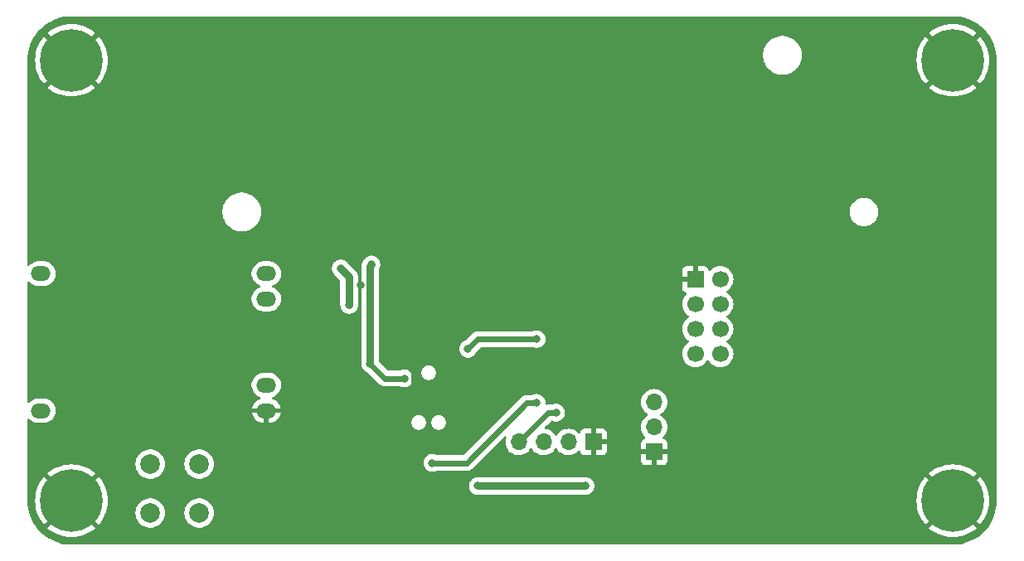
<source format=gbr>
%TF.GenerationSoftware,KiCad,Pcbnew,8.0.5-unknown-202409181836~355805756e~ubuntu24.04.1*%
%TF.CreationDate,2024-09-22T17:28:34+02:00*%
%TF.ProjectId,elevator_altimeter,656c6576-6174-46f7-925f-616c74696d65,rev?*%
%TF.SameCoordinates,Original*%
%TF.FileFunction,Copper,L2,Bot*%
%TF.FilePolarity,Positive*%
%FSLAX46Y46*%
G04 Gerber Fmt 4.6, Leading zero omitted, Abs format (unit mm)*
G04 Created by KiCad (PCBNEW 8.0.5-unknown-202409181836~355805756e~ubuntu24.04.1) date 2024-09-22 17:28:34*
%MOMM*%
%LPD*%
G01*
G04 APERTURE LIST*
%TA.AperFunction,ComponentPad*%
%ADD10C,0.800000*%
%TD*%
%TA.AperFunction,ComponentPad*%
%ADD11C,6.400000*%
%TD*%
%TA.AperFunction,ComponentPad*%
%ADD12O,2.000000X1.500000*%
%TD*%
%TA.AperFunction,ComponentPad*%
%ADD13O,1.700000X1.700000*%
%TD*%
%TA.AperFunction,ComponentPad*%
%ADD14R,1.700000X1.700000*%
%TD*%
%TA.AperFunction,ComponentPad*%
%ADD15C,2.000000*%
%TD*%
%TA.AperFunction,ComponentPad*%
%ADD16C,1.700000*%
%TD*%
%TA.AperFunction,ViaPad*%
%ADD17C,0.800000*%
%TD*%
%TA.AperFunction,Conductor*%
%ADD18C,0.600000*%
%TD*%
%TA.AperFunction,Conductor*%
%ADD19C,0.800000*%
%TD*%
G04 APERTURE END LIST*
D10*
%TO.P,H4,1,1*%
%TO.N,GND*%
X117600000Y-47500000D03*
X118302944Y-45802944D03*
X118302944Y-49197056D03*
X120000000Y-45100000D03*
D11*
X120000000Y-47500000D03*
D10*
X120000000Y-49900000D03*
X121697056Y-45802944D03*
X121697056Y-49197056D03*
X122400000Y-47500000D03*
%TD*%
D12*
%TO.P,U5,6,INT+*%
%TO.N,unconnected-(U5-INT+-Pad6)*%
X26900000Y-69300000D03*
%TO.P,U5,5,INT-*%
%TO.N,unconnected-(U5-INT--Pad5)*%
X26900000Y-83300000D03*
%TO.P,U5,4,OUT-*%
%TO.N,GND*%
X49900000Y-83300000D03*
%TO.P,U5,3,BAT-*%
%TO.N,Net-(BT1--)*%
X49900000Y-80700000D03*
%TO.P,U5,2,BAT+*%
%TO.N,Net-(BT1-+)*%
X49900000Y-71900000D03*
%TO.P,U5,1,OUT+*%
%TO.N,+BATT*%
X49900000Y-69300000D03*
%TD*%
D10*
%TO.P,H3,1,1*%
%TO.N,GND*%
X27600000Y-47500000D03*
X28302944Y-45802944D03*
X28302944Y-49197056D03*
X30000000Y-45100000D03*
D11*
X30000000Y-47500000D03*
D10*
X30000000Y-49900000D03*
X31697056Y-45802944D03*
X31697056Y-49197056D03*
X32400000Y-47500000D03*
%TD*%
%TO.P,H2,1,1*%
%TO.N,GND*%
X117600000Y-92500000D03*
X118302944Y-90802944D03*
X118302944Y-94197056D03*
X120000000Y-90100000D03*
D11*
X120000000Y-92500000D03*
D10*
X120000000Y-94900000D03*
X121697056Y-90802944D03*
X121697056Y-94197056D03*
X122400000Y-92500000D03*
%TD*%
%TO.P,H1,1,1*%
%TO.N,GND*%
X27600000Y-92500000D03*
X28302944Y-90802944D03*
X28302944Y-94197056D03*
X30000000Y-90100000D03*
D11*
X30000000Y-92500000D03*
D10*
X30000000Y-94900000D03*
X31697056Y-90802944D03*
X31697056Y-94197056D03*
X32400000Y-92500000D03*
%TD*%
D13*
%TO.P,J3,4,Pin_4*%
%TO.N,/SCL*%
X75680000Y-86500000D03*
%TO.P,J3,3,Pin_3*%
%TO.N,/SDA*%
X78220000Y-86500000D03*
%TO.P,J3,2,Pin_2*%
%TO.N,/INT1*%
X80760000Y-86500000D03*
D14*
%TO.P,J3,1,Pin_1*%
%TO.N,GND*%
X83300000Y-86500000D03*
%TD*%
D15*
%TO.P,SW1,1,1*%
%TO.N,unconnected-(SW1-Pad1)*%
X43050000Y-93743743D03*
%TO.P,SW1,2,2*%
%TO.N,unconnected-(SW1-Pad2)*%
X38050000Y-93743743D03*
%TO.P,SW1,3,3*%
%TO.N,/UserSW*%
X43050000Y-88743743D03*
%TO.P,SW1,4,4*%
%TO.N,Net-(R3-Pad2)*%
X38050000Y-88743743D03*
%TD*%
D14*
%TO.P,U2,1,GND*%
%TO.N,GND*%
X93710500Y-69875000D03*
D16*
%TO.P,U2,2,VCC*%
%TO.N,/NRF_pwr*%
X96250500Y-69875000D03*
%TO.P,U2,3,CE*%
%TO.N,/CE*%
X93710500Y-72415000D03*
%TO.P,U2,4,~{CSN}*%
%TO.N,/CSN*%
X96250500Y-72415000D03*
%TO.P,U2,5,SCK*%
%TO.N,/SCK_nrf*%
X93710500Y-74955000D03*
%TO.P,U2,6,MOSI*%
%TO.N,/MOSI_nrf*%
X96250500Y-74955000D03*
%TO.P,U2,7,MISO*%
%TO.N,/MISO_nrf*%
X93710500Y-77495000D03*
%TO.P,U2,8,IRQ*%
%TO.N,/IRQ*%
X96250500Y-77495000D03*
%TD*%
D14*
%TO.P,J1,1,Pin_1*%
%TO.N,GND*%
X89500000Y-87525000D03*
D13*
%TO.P,J1,2,Pin_2*%
%TO.N,/TX*%
X89500000Y-84985000D03*
%TO.P,J1,3,Pin_3*%
%TO.N,/RX*%
X89500000Y-82445000D03*
%TD*%
D17*
%TO.N,GND*%
X62466000Y-73000000D03*
X83750000Y-94750000D03*
X73000000Y-95037500D03*
X56500000Y-72000000D03*
X59500000Y-70500000D03*
X62466000Y-71500000D03*
X86143750Y-71643750D03*
X68500000Y-72000000D03*
X80500000Y-72000000D03*
%TO.N,VDD*%
X64000000Y-80000000D03*
X60500000Y-78500000D03*
X60637500Y-68362500D03*
%TO.N,/UserSW*%
X77500000Y-82500000D03*
X66862500Y-88637500D03*
%TO.N,+BATT*%
X57500000Y-68762500D03*
X58362500Y-72500000D03*
%TO.N,/Batt_sense*%
X77500000Y-76000000D03*
X70500000Y-77000000D03*
%TO.N,/MPL_pwr*%
X82500000Y-91000000D03*
X71500000Y-91000000D03*
%TO.N,/SCL*%
X79500000Y-83500000D03*
%TO.N,GND*%
X64040000Y-81960000D03*
%TD*%
D18*
%TO.N,GND*%
X68500000Y-72000000D02*
X80500000Y-72000000D01*
X64040000Y-81960000D02*
X65000000Y-81000000D01*
X65000000Y-81000000D02*
X65000000Y-75534000D01*
X65000000Y-75534000D02*
X62466000Y-73000000D01*
%TO.N,VDD*%
X64000000Y-80000000D02*
X62000000Y-80000000D01*
X62000000Y-80000000D02*
X60500000Y-78500000D01*
D19*
X60500000Y-78500000D02*
X60500000Y-68500000D01*
X60500000Y-68500000D02*
X60637500Y-68362500D01*
D18*
%TO.N,/UserSW*%
X77500000Y-82500000D02*
X76500000Y-82500000D01*
X76500000Y-82500000D02*
X70362500Y-88637500D01*
X70362500Y-88637500D02*
X66862500Y-88637500D01*
D19*
%TO.N,+BATT*%
X58362500Y-72500000D02*
X58362500Y-69625000D01*
X58362500Y-69625000D02*
X57500000Y-68762500D01*
D18*
%TO.N,/Batt_sense*%
X77500000Y-76000000D02*
X71500000Y-76000000D01*
X71500000Y-76000000D02*
X70500000Y-77000000D01*
D19*
%TO.N,/MPL_pwr*%
X71500000Y-91000000D02*
X82500000Y-91000000D01*
D18*
%TO.N,/SCL*%
X79500000Y-83500000D02*
X78680000Y-83500000D01*
X78680000Y-83500000D02*
X75680000Y-86500000D01*
%TD*%
%TA.AperFunction,Conductor*%
%TO.N,GND*%
G36*
X120002702Y-43000617D02*
G01*
X120386771Y-43017386D01*
X120397506Y-43018326D01*
X120775971Y-43068152D01*
X120786597Y-43070025D01*
X121159284Y-43152648D01*
X121169710Y-43155442D01*
X121533765Y-43270227D01*
X121543911Y-43273920D01*
X121896578Y-43420000D01*
X121906369Y-43424566D01*
X122244942Y-43600816D01*
X122254310Y-43606224D01*
X122576244Y-43811318D01*
X122585105Y-43817523D01*
X122887930Y-44049889D01*
X122896217Y-44056843D01*
X123177635Y-44314715D01*
X123185284Y-44322364D01*
X123443156Y-44603782D01*
X123450110Y-44612069D01*
X123682476Y-44914894D01*
X123688681Y-44923755D01*
X123893775Y-45245689D01*
X123899183Y-45255057D01*
X124075430Y-45593623D01*
X124080002Y-45603427D01*
X124226075Y-45956078D01*
X124229775Y-45966244D01*
X124344554Y-46330278D01*
X124347354Y-46340727D01*
X124429971Y-46713389D01*
X124431849Y-46724042D01*
X124481671Y-47102473D01*
X124482614Y-47113249D01*
X124499382Y-47497297D01*
X124499500Y-47502706D01*
X124499500Y-92497293D01*
X124499382Y-92502702D01*
X124482614Y-92886750D01*
X124481671Y-92897526D01*
X124431849Y-93275957D01*
X124429971Y-93286610D01*
X124347354Y-93659272D01*
X124344554Y-93669721D01*
X124229775Y-94033755D01*
X124226075Y-94043921D01*
X124080002Y-94396572D01*
X124075430Y-94406376D01*
X123899183Y-94744942D01*
X123893775Y-94754310D01*
X123688681Y-95076244D01*
X123682476Y-95085105D01*
X123450110Y-95387930D01*
X123443156Y-95396217D01*
X123185284Y-95677635D01*
X123177635Y-95685284D01*
X122896217Y-95943156D01*
X122887930Y-95950110D01*
X122585105Y-96182476D01*
X122576244Y-96188681D01*
X122254310Y-96393775D01*
X122244942Y-96399183D01*
X121906376Y-96575430D01*
X121896572Y-96580002D01*
X121543921Y-96726075D01*
X121533755Y-96729775D01*
X121169721Y-96844554D01*
X121159272Y-96847354D01*
X120786610Y-96929971D01*
X120775957Y-96931849D01*
X120397526Y-96981671D01*
X120386750Y-96982614D01*
X120002703Y-96999382D01*
X119997294Y-96999500D01*
X30002706Y-96999500D01*
X29997297Y-96999382D01*
X29613249Y-96982614D01*
X29602473Y-96981671D01*
X29224042Y-96931849D01*
X29213389Y-96929971D01*
X28840727Y-96847354D01*
X28830278Y-96844554D01*
X28466244Y-96729775D01*
X28456078Y-96726075D01*
X28103427Y-96580002D01*
X28093623Y-96575430D01*
X27755057Y-96399183D01*
X27745689Y-96393775D01*
X27423755Y-96188681D01*
X27414894Y-96182476D01*
X27112069Y-95950110D01*
X27103782Y-95943156D01*
X26822364Y-95685284D01*
X26814715Y-95677635D01*
X26556843Y-95396217D01*
X26549889Y-95387930D01*
X26317523Y-95085105D01*
X26311318Y-95076244D01*
X26106224Y-94754310D01*
X26100816Y-94744942D01*
X25924569Y-94406376D01*
X25919997Y-94396572D01*
X25901760Y-94352543D01*
X25773920Y-94043911D01*
X25770224Y-94033755D01*
X25655442Y-93669710D01*
X25652648Y-93659284D01*
X25570025Y-93286597D01*
X25568152Y-93275971D01*
X25518326Y-92897506D01*
X25517386Y-92886771D01*
X25500618Y-92502702D01*
X25500559Y-92499999D01*
X26294922Y-92499999D01*
X26294922Y-92500000D01*
X26315219Y-92887287D01*
X26375886Y-93270323D01*
X26375887Y-93270330D01*
X26476262Y-93644936D01*
X26615244Y-94006994D01*
X26791310Y-94352543D01*
X27002531Y-94677793D01*
X27211095Y-94935350D01*
X27211096Y-94935350D01*
X28705748Y-93440698D01*
X28779588Y-93542330D01*
X28957670Y-93720412D01*
X29059300Y-93794251D01*
X27564648Y-95288903D01*
X27564649Y-95288904D01*
X27822206Y-95497468D01*
X28147456Y-95708689D01*
X28493005Y-95884755D01*
X28855063Y-96023737D01*
X29229669Y-96124112D01*
X29229676Y-96124113D01*
X29612712Y-96184780D01*
X29999999Y-96205078D01*
X30000001Y-96205078D01*
X30387287Y-96184780D01*
X30770323Y-96124113D01*
X30770330Y-96124112D01*
X31144936Y-96023737D01*
X31506994Y-95884755D01*
X31852543Y-95708689D01*
X32177783Y-95497476D01*
X32177785Y-95497475D01*
X32435349Y-95288902D01*
X30940698Y-93794251D01*
X31042330Y-93720412D01*
X31220412Y-93542330D01*
X31294251Y-93440698D01*
X32788902Y-94935349D01*
X32997475Y-94677785D01*
X32997476Y-94677783D01*
X33208689Y-94352543D01*
X33384755Y-94006994D01*
X33485811Y-93743737D01*
X36544357Y-93743737D01*
X36544357Y-93743748D01*
X36564890Y-93991555D01*
X36564892Y-93991567D01*
X36625936Y-94232624D01*
X36725826Y-94460349D01*
X36861833Y-94668525D01*
X36870365Y-94677793D01*
X37030256Y-94851481D01*
X37226491Y-95004217D01*
X37445190Y-95122571D01*
X37680386Y-95203314D01*
X37925665Y-95244243D01*
X38174335Y-95244243D01*
X38419614Y-95203314D01*
X38654810Y-95122571D01*
X38873509Y-95004217D01*
X39069744Y-94851481D01*
X39238164Y-94668528D01*
X39374173Y-94460350D01*
X39474063Y-94232624D01*
X39535108Y-93991564D01*
X39555643Y-93743743D01*
X39555643Y-93743737D01*
X41544357Y-93743737D01*
X41544357Y-93743748D01*
X41564890Y-93991555D01*
X41564892Y-93991567D01*
X41625936Y-94232624D01*
X41725826Y-94460349D01*
X41861833Y-94668525D01*
X41870365Y-94677793D01*
X42030256Y-94851481D01*
X42226491Y-95004217D01*
X42445190Y-95122571D01*
X42680386Y-95203314D01*
X42925665Y-95244243D01*
X43174335Y-95244243D01*
X43419614Y-95203314D01*
X43654810Y-95122571D01*
X43873509Y-95004217D01*
X44069744Y-94851481D01*
X44238164Y-94668528D01*
X44374173Y-94460350D01*
X44474063Y-94232624D01*
X44535108Y-93991564D01*
X44555643Y-93743743D01*
X44549509Y-93669721D01*
X44535109Y-93495930D01*
X44535107Y-93495918D01*
X44474063Y-93254861D01*
X44374173Y-93027136D01*
X44238166Y-92818960D01*
X44216557Y-92795487D01*
X44069744Y-92636005D01*
X43895004Y-92499999D01*
X116294922Y-92499999D01*
X116294922Y-92500000D01*
X116315219Y-92887287D01*
X116375886Y-93270323D01*
X116375887Y-93270330D01*
X116476262Y-93644936D01*
X116615244Y-94006994D01*
X116791310Y-94352543D01*
X117002531Y-94677793D01*
X117211095Y-94935350D01*
X117211096Y-94935350D01*
X118705748Y-93440698D01*
X118779588Y-93542330D01*
X118957670Y-93720412D01*
X119059300Y-93794251D01*
X117564648Y-95288903D01*
X117564649Y-95288904D01*
X117822206Y-95497468D01*
X118147456Y-95708689D01*
X118493005Y-95884755D01*
X118855063Y-96023737D01*
X119229669Y-96124112D01*
X119229676Y-96124113D01*
X119612712Y-96184780D01*
X119999999Y-96205078D01*
X120000001Y-96205078D01*
X120387287Y-96184780D01*
X120770323Y-96124113D01*
X120770330Y-96124112D01*
X121144936Y-96023737D01*
X121506994Y-95884755D01*
X121852543Y-95708689D01*
X122177783Y-95497476D01*
X122177785Y-95497475D01*
X122435349Y-95288902D01*
X120940698Y-93794251D01*
X121042330Y-93720412D01*
X121220412Y-93542330D01*
X121294251Y-93440698D01*
X122788902Y-94935349D01*
X122997475Y-94677785D01*
X122997476Y-94677783D01*
X123208689Y-94352543D01*
X123384755Y-94006994D01*
X123523737Y-93644936D01*
X123624112Y-93270330D01*
X123624113Y-93270323D01*
X123684780Y-92887287D01*
X123705078Y-92500000D01*
X123705078Y-92499999D01*
X123684780Y-92112712D01*
X123624113Y-91729676D01*
X123624112Y-91729669D01*
X123523737Y-91355063D01*
X123384755Y-90993005D01*
X123208689Y-90647456D01*
X122997468Y-90322206D01*
X122788904Y-90064649D01*
X122788903Y-90064648D01*
X121294251Y-91559300D01*
X121220412Y-91457670D01*
X121042330Y-91279588D01*
X120940698Y-91205748D01*
X122435350Y-89711096D01*
X122435350Y-89711095D01*
X122177793Y-89502531D01*
X121852543Y-89291310D01*
X121506994Y-89115244D01*
X121144936Y-88976262D01*
X120770330Y-88875887D01*
X120770323Y-88875886D01*
X120387287Y-88815219D01*
X120000001Y-88794922D01*
X119999999Y-88794922D01*
X119612712Y-88815219D01*
X119229676Y-88875886D01*
X119229669Y-88875887D01*
X118855063Y-88976262D01*
X118493005Y-89115244D01*
X118147456Y-89291310D01*
X117822206Y-89502531D01*
X117564648Y-89711095D01*
X117564648Y-89711096D01*
X119059301Y-91205748D01*
X118957670Y-91279588D01*
X118779588Y-91457670D01*
X118705748Y-91559300D01*
X117211096Y-90064648D01*
X117211095Y-90064648D01*
X117002531Y-90322206D01*
X116791310Y-90647456D01*
X116615244Y-90993005D01*
X116476262Y-91355063D01*
X116375887Y-91729669D01*
X116375886Y-91729676D01*
X116315219Y-92112712D01*
X116294922Y-92499999D01*
X43895004Y-92499999D01*
X43873509Y-92483269D01*
X43873507Y-92483268D01*
X43873506Y-92483267D01*
X43654811Y-92364915D01*
X43654802Y-92364912D01*
X43419616Y-92284172D01*
X43174335Y-92243243D01*
X42925665Y-92243243D01*
X42680383Y-92284172D01*
X42445197Y-92364912D01*
X42445188Y-92364915D01*
X42226493Y-92483267D01*
X42030257Y-92636004D01*
X41861833Y-92818960D01*
X41725826Y-93027136D01*
X41625936Y-93254861D01*
X41564892Y-93495918D01*
X41564890Y-93495930D01*
X41544357Y-93743737D01*
X39555643Y-93743737D01*
X39549509Y-93669721D01*
X39535109Y-93495930D01*
X39535107Y-93495918D01*
X39474063Y-93254861D01*
X39374173Y-93027136D01*
X39238166Y-92818960D01*
X39216557Y-92795487D01*
X39069744Y-92636005D01*
X38873509Y-92483269D01*
X38873507Y-92483268D01*
X38873506Y-92483267D01*
X38654811Y-92364915D01*
X38654802Y-92364912D01*
X38419616Y-92284172D01*
X38174335Y-92243243D01*
X37925665Y-92243243D01*
X37680383Y-92284172D01*
X37445197Y-92364912D01*
X37445188Y-92364915D01*
X37226493Y-92483267D01*
X37030257Y-92636004D01*
X36861833Y-92818960D01*
X36725826Y-93027136D01*
X36625936Y-93254861D01*
X36564892Y-93495918D01*
X36564890Y-93495930D01*
X36544357Y-93743737D01*
X33485811Y-93743737D01*
X33523737Y-93644936D01*
X33624112Y-93270330D01*
X33624113Y-93270323D01*
X33684780Y-92887287D01*
X33705078Y-92500000D01*
X33705078Y-92499999D01*
X33684780Y-92112712D01*
X33624113Y-91729676D01*
X33624112Y-91729669D01*
X33523737Y-91355063D01*
X33387440Y-90999999D01*
X70594540Y-90999999D01*
X70598821Y-91040731D01*
X70599500Y-91053692D01*
X70599500Y-91088695D01*
X70607637Y-91129602D01*
X70609341Y-91140831D01*
X70614325Y-91188253D01*
X70614325Y-91188254D01*
X70624904Y-91220811D01*
X70628590Y-91234938D01*
X70634104Y-91262662D01*
X70634105Y-91262664D01*
X70652644Y-91307423D01*
X70656012Y-91316554D01*
X70672819Y-91368279D01*
X70672822Y-91368286D01*
X70686569Y-91392097D01*
X70693742Y-91406643D01*
X70701984Y-91426542D01*
X70732634Y-91472413D01*
X70736912Y-91479294D01*
X70759506Y-91518427D01*
X70767468Y-91532218D01*
X70767469Y-91532219D01*
X70781357Y-91547643D01*
X70792307Y-91561721D01*
X70800534Y-91574033D01*
X70844274Y-91617773D01*
X70848744Y-91622483D01*
X70894129Y-91672888D01*
X70894131Y-91672890D01*
X70905467Y-91681126D01*
X70920263Y-91693763D01*
X70925961Y-91699461D01*
X70925965Y-91699464D01*
X70982994Y-91737570D01*
X70986966Y-91740338D01*
X71047270Y-91784151D01*
X71053902Y-91787104D01*
X71072361Y-91797283D01*
X71073453Y-91798013D01*
X71143042Y-91826836D01*
X71145987Y-91828102D01*
X71220197Y-91861144D01*
X71220668Y-91861244D01*
X71220696Y-91861250D01*
X71231370Y-91864562D01*
X71231503Y-91864125D01*
X71237330Y-91865892D01*
X71237334Y-91865894D01*
X71317816Y-91881902D01*
X71319282Y-91882204D01*
X71405354Y-91900500D01*
X71405355Y-91900500D01*
X82594645Y-91900500D01*
X82594646Y-91900500D01*
X82680746Y-91882198D01*
X82682180Y-91881902D01*
X82762666Y-91865894D01*
X82762669Y-91865892D01*
X82762672Y-91865892D01*
X82768496Y-91864126D01*
X82768631Y-91864573D01*
X82779315Y-91861247D01*
X82779803Y-91861144D01*
X82854057Y-91828082D01*
X82856955Y-91826837D01*
X82926547Y-91798013D01*
X82927633Y-91797287D01*
X82946095Y-91787104D01*
X82952730Y-91784151D01*
X83013054Y-91740322D01*
X83016952Y-91737605D01*
X83074035Y-91699464D01*
X83079739Y-91693758D01*
X83094531Y-91681126D01*
X83105871Y-91672888D01*
X83151274Y-91622461D01*
X83155687Y-91617810D01*
X83199464Y-91574035D01*
X83207687Y-91561727D01*
X83218642Y-91547643D01*
X83232531Y-91532218D01*
X83232530Y-91532218D01*
X83232533Y-91532216D01*
X83263091Y-91479284D01*
X83267368Y-91472408D01*
X83298012Y-91426548D01*
X83298013Y-91426547D01*
X83306259Y-91406637D01*
X83313433Y-91392091D01*
X83327177Y-91368287D01*
X83327178Y-91368286D01*
X83327179Y-91368284D01*
X83343995Y-91316528D01*
X83347355Y-91307423D01*
X83365894Y-91262666D01*
X83371411Y-91234927D01*
X83375094Y-91220813D01*
X83385674Y-91188256D01*
X83390656Y-91140837D01*
X83392361Y-91129604D01*
X83400500Y-91088695D01*
X83400500Y-91053692D01*
X83401179Y-91040731D01*
X83405460Y-91000000D01*
X83401179Y-90959266D01*
X83400500Y-90946306D01*
X83400500Y-90911309D01*
X83392360Y-90870393D01*
X83390656Y-90859156D01*
X83385674Y-90811744D01*
X83375094Y-90779183D01*
X83371409Y-90765059D01*
X83365895Y-90737339D01*
X83365894Y-90737338D01*
X83365894Y-90737334D01*
X83347352Y-90692569D01*
X83343990Y-90683455D01*
X83327181Y-90631720D01*
X83327178Y-90631715D01*
X83313424Y-90607892D01*
X83306256Y-90593355D01*
X83298014Y-90573456D01*
X83298013Y-90573454D01*
X83298013Y-90573453D01*
X83267359Y-90527577D01*
X83263088Y-90520708D01*
X83232534Y-90467785D01*
X83232530Y-90467780D01*
X83218637Y-90452350D01*
X83207684Y-90438268D01*
X83199464Y-90425965D01*
X83155721Y-90382222D01*
X83151255Y-90377516D01*
X83105871Y-90327112D01*
X83099118Y-90322206D01*
X83094527Y-90318870D01*
X83079737Y-90306238D01*
X83074035Y-90300536D01*
X83017008Y-90262431D01*
X83013016Y-90259649D01*
X82952730Y-90215849D01*
X82946092Y-90212893D01*
X82927643Y-90202719D01*
X82926551Y-90201989D01*
X82926546Y-90201986D01*
X82856993Y-90173177D01*
X82854010Y-90171895D01*
X82779806Y-90138856D01*
X82779797Y-90138853D01*
X82779285Y-90138745D01*
X82768626Y-90135438D01*
X82768494Y-90135874D01*
X82762667Y-90134106D01*
X82762666Y-90134106D01*
X82762663Y-90134105D01*
X82762662Y-90134105D01*
X82682268Y-90118113D01*
X82680715Y-90117794D01*
X82594646Y-90099500D01*
X82588691Y-90099500D01*
X71594646Y-90099500D01*
X71405354Y-90099500D01*
X71405350Y-90099500D01*
X71319334Y-90117783D01*
X71317745Y-90118110D01*
X71237336Y-90134105D01*
X71231514Y-90135871D01*
X71231382Y-90135437D01*
X71220720Y-90138744D01*
X71220200Y-90138854D01*
X71220199Y-90138854D01*
X71145969Y-90171904D01*
X71142986Y-90173185D01*
X71073457Y-90201984D01*
X71073450Y-90201988D01*
X71072346Y-90202726D01*
X71053911Y-90212892D01*
X71047272Y-90215848D01*
X71047264Y-90215853D01*
X70986976Y-90259653D01*
X70982986Y-90262434D01*
X70925968Y-90300533D01*
X70925958Y-90300542D01*
X70920253Y-90306246D01*
X70905472Y-90318870D01*
X70894129Y-90327111D01*
X70894126Y-90327114D01*
X70848742Y-90377517D01*
X70844277Y-90382222D01*
X70800539Y-90425961D01*
X70800532Y-90425969D01*
X70792310Y-90438275D01*
X70781362Y-90452350D01*
X70767472Y-90467776D01*
X70767467Y-90467784D01*
X70736914Y-90520703D01*
X70732630Y-90527591D01*
X70701988Y-90573450D01*
X70693741Y-90593360D01*
X70686569Y-90607902D01*
X70672824Y-90631710D01*
X70672821Y-90631715D01*
X70656010Y-90683451D01*
X70652643Y-90692578D01*
X70634106Y-90737333D01*
X70628589Y-90765066D01*
X70624905Y-90779183D01*
X70614325Y-90811747D01*
X70609340Y-90859171D01*
X70607638Y-90870396D01*
X70601750Y-90900000D01*
X70599500Y-90911310D01*
X70599500Y-90946306D01*
X70598821Y-90959266D01*
X70594540Y-90999999D01*
X33387440Y-90999999D01*
X33384755Y-90993005D01*
X33208689Y-90647456D01*
X32997468Y-90322206D01*
X32788904Y-90064649D01*
X32788903Y-90064648D01*
X31294251Y-91559300D01*
X31220412Y-91457670D01*
X31042330Y-91279588D01*
X30940698Y-91205748D01*
X32435350Y-89711096D01*
X32435350Y-89711095D01*
X32177793Y-89502531D01*
X31852543Y-89291310D01*
X31506994Y-89115244D01*
X31144936Y-88976262D01*
X30770330Y-88875887D01*
X30770323Y-88875886D01*
X30387287Y-88815219D01*
X30000001Y-88794922D01*
X29999999Y-88794922D01*
X29612712Y-88815219D01*
X29229676Y-88875886D01*
X29229669Y-88875887D01*
X28855063Y-88976262D01*
X28493005Y-89115244D01*
X28147456Y-89291310D01*
X27822206Y-89502531D01*
X27564648Y-89711095D01*
X27564648Y-89711096D01*
X29059301Y-91205748D01*
X28957670Y-91279588D01*
X28779588Y-91457670D01*
X28705748Y-91559300D01*
X27211096Y-90064648D01*
X27211095Y-90064648D01*
X27002531Y-90322206D01*
X26791310Y-90647456D01*
X26615244Y-90993005D01*
X26476262Y-91355063D01*
X26375887Y-91729669D01*
X26375886Y-91729676D01*
X26315219Y-92112712D01*
X26294922Y-92499999D01*
X25500559Y-92499999D01*
X25500500Y-92497293D01*
X25500500Y-88743737D01*
X36544357Y-88743737D01*
X36544357Y-88743748D01*
X36564890Y-88991555D01*
X36564892Y-88991567D01*
X36625936Y-89232624D01*
X36725826Y-89460349D01*
X36861833Y-89668525D01*
X36861836Y-89668528D01*
X37030256Y-89851481D01*
X37226491Y-90004217D01*
X37226493Y-90004218D01*
X37436342Y-90117783D01*
X37445190Y-90122571D01*
X37680386Y-90203314D01*
X37925665Y-90244243D01*
X38174335Y-90244243D01*
X38419614Y-90203314D01*
X38654810Y-90122571D01*
X38873509Y-90004217D01*
X39069744Y-89851481D01*
X39238164Y-89668528D01*
X39374173Y-89460350D01*
X39474063Y-89232624D01*
X39535108Y-88991564D01*
X39536376Y-88976262D01*
X39555643Y-88743748D01*
X39555643Y-88743737D01*
X41544357Y-88743737D01*
X41544357Y-88743748D01*
X41564890Y-88991555D01*
X41564892Y-88991567D01*
X41625936Y-89232624D01*
X41725826Y-89460349D01*
X41861833Y-89668525D01*
X41861836Y-89668528D01*
X42030256Y-89851481D01*
X42226491Y-90004217D01*
X42226493Y-90004218D01*
X42436342Y-90117783D01*
X42445190Y-90122571D01*
X42680386Y-90203314D01*
X42925665Y-90244243D01*
X43174335Y-90244243D01*
X43419614Y-90203314D01*
X43654810Y-90122571D01*
X43873509Y-90004217D01*
X44069744Y-89851481D01*
X44238164Y-89668528D01*
X44374173Y-89460350D01*
X44474063Y-89232624D01*
X44535108Y-88991564D01*
X44536376Y-88976262D01*
X44555643Y-88743748D01*
X44555643Y-88743737D01*
X44546840Y-88637500D01*
X65957040Y-88637500D01*
X65976826Y-88825756D01*
X65976827Y-88825759D01*
X66035318Y-89005777D01*
X66035321Y-89005784D01*
X66129967Y-89169716D01*
X66210619Y-89259289D01*
X66256629Y-89310388D01*
X66409765Y-89421648D01*
X66409770Y-89421651D01*
X66582692Y-89498642D01*
X66582697Y-89498644D01*
X66767854Y-89538000D01*
X66767855Y-89538000D01*
X66957144Y-89538000D01*
X66957146Y-89538000D01*
X67142303Y-89498644D01*
X67254431Y-89448721D01*
X67304867Y-89438000D01*
X70441344Y-89438000D01*
X70441345Y-89437999D01*
X70595997Y-89407237D01*
X70741679Y-89346894D01*
X70872789Y-89259289D01*
X74192464Y-85939614D01*
X74253787Y-85906129D01*
X74323479Y-85911113D01*
X74379412Y-85952985D01*
X74403829Y-86018449D01*
X74399920Y-86059388D01*
X74344938Y-86264586D01*
X74344936Y-86264596D01*
X74324341Y-86499999D01*
X74324341Y-86500000D01*
X74344936Y-86735403D01*
X74344938Y-86735413D01*
X74406094Y-86963655D01*
X74406096Y-86963659D01*
X74406097Y-86963663D01*
X74481284Y-87124901D01*
X74505965Y-87177830D01*
X74505967Y-87177834D01*
X74613921Y-87332007D01*
X74641505Y-87371401D01*
X74808599Y-87538495D01*
X74885135Y-87592086D01*
X75002165Y-87674032D01*
X75002167Y-87674033D01*
X75002170Y-87674035D01*
X75216337Y-87773903D01*
X75216343Y-87773904D01*
X75216344Y-87773905D01*
X75271285Y-87788626D01*
X75444592Y-87835063D01*
X75615319Y-87850000D01*
X75679999Y-87855659D01*
X75680000Y-87855659D01*
X75680001Y-87855659D01*
X75744681Y-87850000D01*
X75915408Y-87835063D01*
X76143663Y-87773903D01*
X76357830Y-87674035D01*
X76551401Y-87538495D01*
X76718495Y-87371401D01*
X76848425Y-87185842D01*
X76903002Y-87142217D01*
X76972500Y-87135023D01*
X77034855Y-87166546D01*
X77051575Y-87185842D01*
X77181500Y-87371395D01*
X77181505Y-87371401D01*
X77348599Y-87538495D01*
X77425135Y-87592086D01*
X77542165Y-87674032D01*
X77542167Y-87674033D01*
X77542170Y-87674035D01*
X77756337Y-87773903D01*
X77756343Y-87773904D01*
X77756344Y-87773905D01*
X77811285Y-87788626D01*
X77984592Y-87835063D01*
X78155319Y-87850000D01*
X78219999Y-87855659D01*
X78220000Y-87855659D01*
X78220001Y-87855659D01*
X78284681Y-87850000D01*
X78455408Y-87835063D01*
X78683663Y-87773903D01*
X78897830Y-87674035D01*
X79091401Y-87538495D01*
X79258495Y-87371401D01*
X79388425Y-87185842D01*
X79443002Y-87142217D01*
X79512500Y-87135023D01*
X79574855Y-87166546D01*
X79591575Y-87185842D01*
X79721500Y-87371395D01*
X79721505Y-87371401D01*
X79888599Y-87538495D01*
X79965135Y-87592086D01*
X80082165Y-87674032D01*
X80082167Y-87674033D01*
X80082170Y-87674035D01*
X80296337Y-87773903D01*
X80296343Y-87773904D01*
X80296344Y-87773905D01*
X80351285Y-87788626D01*
X80524592Y-87835063D01*
X80695319Y-87850000D01*
X80759999Y-87855659D01*
X80760000Y-87855659D01*
X80760001Y-87855659D01*
X80824681Y-87850000D01*
X80995408Y-87835063D01*
X81223663Y-87773903D01*
X81437830Y-87674035D01*
X81631401Y-87538495D01*
X81753717Y-87416178D01*
X81815036Y-87382696D01*
X81884728Y-87387680D01*
X81940662Y-87429551D01*
X81957577Y-87460528D01*
X82006646Y-87592088D01*
X82006649Y-87592093D01*
X82092809Y-87707187D01*
X82092812Y-87707190D01*
X82207906Y-87793350D01*
X82207913Y-87793354D01*
X82342620Y-87843596D01*
X82342627Y-87843598D01*
X82402155Y-87849999D01*
X82402172Y-87850000D01*
X83050000Y-87850000D01*
X83050000Y-86933012D01*
X83107007Y-86965925D01*
X83234174Y-87000000D01*
X83365826Y-87000000D01*
X83492993Y-86965925D01*
X83550000Y-86933012D01*
X83550000Y-87850000D01*
X84197828Y-87850000D01*
X84197844Y-87849999D01*
X84257372Y-87843598D01*
X84257379Y-87843596D01*
X84392086Y-87793354D01*
X84392093Y-87793350D01*
X84507187Y-87707190D01*
X84507190Y-87707187D01*
X84593350Y-87592093D01*
X84593354Y-87592086D01*
X84643596Y-87457379D01*
X84643598Y-87457372D01*
X84649999Y-87397844D01*
X84650000Y-87397827D01*
X84650000Y-86750000D01*
X83733012Y-86750000D01*
X83765925Y-86692993D01*
X83800000Y-86565826D01*
X83800000Y-86434174D01*
X83765925Y-86307007D01*
X83733012Y-86250000D01*
X84650000Y-86250000D01*
X84650000Y-85602172D01*
X84649999Y-85602155D01*
X84643598Y-85542627D01*
X84643596Y-85542620D01*
X84593354Y-85407913D01*
X84593350Y-85407906D01*
X84507190Y-85292812D01*
X84507187Y-85292809D01*
X84392093Y-85206649D01*
X84392086Y-85206645D01*
X84257379Y-85156403D01*
X84257372Y-85156401D01*
X84197844Y-85150000D01*
X83550000Y-85150000D01*
X83550000Y-86066988D01*
X83492993Y-86034075D01*
X83365826Y-86000000D01*
X83234174Y-86000000D01*
X83107007Y-86034075D01*
X83050000Y-86066988D01*
X83050000Y-85150000D01*
X82402155Y-85150000D01*
X82342627Y-85156401D01*
X82342620Y-85156403D01*
X82207913Y-85206645D01*
X82207906Y-85206649D01*
X82092812Y-85292809D01*
X82092809Y-85292812D01*
X82006649Y-85407906D01*
X82006645Y-85407913D01*
X81957578Y-85539470D01*
X81915707Y-85595404D01*
X81850242Y-85619821D01*
X81781969Y-85604969D01*
X81753715Y-85583819D01*
X81709366Y-85539470D01*
X81631401Y-85461505D01*
X81631397Y-85461502D01*
X81631396Y-85461501D01*
X81437834Y-85325967D01*
X81437830Y-85325965D01*
X81366727Y-85292809D01*
X81223663Y-85226097D01*
X81223659Y-85226096D01*
X81223655Y-85226094D01*
X80995413Y-85164938D01*
X80995403Y-85164936D01*
X80760001Y-85144341D01*
X80759999Y-85144341D01*
X80524596Y-85164936D01*
X80524586Y-85164938D01*
X80296344Y-85226094D01*
X80296335Y-85226098D01*
X80082171Y-85325964D01*
X80082169Y-85325965D01*
X79888597Y-85461505D01*
X79721505Y-85628597D01*
X79591575Y-85814158D01*
X79536998Y-85857783D01*
X79467500Y-85864977D01*
X79405145Y-85833454D01*
X79388425Y-85814158D01*
X79258494Y-85628597D01*
X79091402Y-85461506D01*
X79091395Y-85461501D01*
X78897834Y-85325967D01*
X78897830Y-85325965D01*
X78826727Y-85292809D01*
X78683663Y-85226097D01*
X78683659Y-85226096D01*
X78683655Y-85226094D01*
X78455413Y-85164938D01*
X78455403Y-85164936D01*
X78436846Y-85163313D01*
X78371777Y-85137860D01*
X78330799Y-85081269D01*
X78326921Y-85011507D01*
X78359973Y-84952104D01*
X78562491Y-84749586D01*
X78973626Y-84338451D01*
X79034947Y-84304968D01*
X79104639Y-84309952D01*
X79111710Y-84312842D01*
X79220197Y-84361144D01*
X79405354Y-84400500D01*
X79405355Y-84400500D01*
X79594644Y-84400500D01*
X79594646Y-84400500D01*
X79779803Y-84361144D01*
X79952730Y-84284151D01*
X80105871Y-84172888D01*
X80232533Y-84032216D01*
X80327179Y-83868284D01*
X80385674Y-83688256D01*
X80405460Y-83500000D01*
X80385674Y-83311744D01*
X80327179Y-83131716D01*
X80232533Y-82967784D01*
X80105871Y-82827112D01*
X80105870Y-82827111D01*
X79952734Y-82715851D01*
X79952729Y-82715848D01*
X79779807Y-82638857D01*
X79779802Y-82638855D01*
X79634001Y-82607865D01*
X79594646Y-82599500D01*
X79405354Y-82599500D01*
X79372897Y-82606398D01*
X79220197Y-82638855D01*
X79220192Y-82638857D01*
X79108069Y-82688779D01*
X79057633Y-82699500D01*
X78758843Y-82699500D01*
X78601158Y-82699500D01*
X78544971Y-82710675D01*
X78475381Y-82704448D01*
X78420204Y-82661584D01*
X78396960Y-82595694D01*
X78397460Y-82576110D01*
X78405460Y-82500000D01*
X78399679Y-82444999D01*
X88144341Y-82444999D01*
X88144341Y-82445000D01*
X88164936Y-82680403D01*
X88164938Y-82680413D01*
X88226094Y-82908655D01*
X88226096Y-82908659D01*
X88226097Y-82908663D01*
X88292004Y-83050000D01*
X88325965Y-83122830D01*
X88325967Y-83122834D01*
X88381104Y-83201577D01*
X88458241Y-83311740D01*
X88461501Y-83316395D01*
X88461506Y-83316402D01*
X88628597Y-83483493D01*
X88628603Y-83483498D01*
X88814158Y-83613425D01*
X88857783Y-83668002D01*
X88864977Y-83737500D01*
X88833454Y-83799855D01*
X88814158Y-83816575D01*
X88628597Y-83946505D01*
X88461505Y-84113597D01*
X88325965Y-84307169D01*
X88325964Y-84307171D01*
X88226098Y-84521335D01*
X88226094Y-84521344D01*
X88164938Y-84749586D01*
X88164936Y-84749596D01*
X88144341Y-84984999D01*
X88144341Y-84985000D01*
X88164936Y-85220403D01*
X88164938Y-85220413D01*
X88226094Y-85448655D01*
X88226096Y-85448659D01*
X88226097Y-85448663D01*
X88294524Y-85595404D01*
X88325965Y-85662830D01*
X88325967Y-85662834D01*
X88431926Y-85814158D01*
X88461501Y-85856396D01*
X88461506Y-85856402D01*
X88583818Y-85978714D01*
X88617303Y-86040037D01*
X88612319Y-86109729D01*
X88570447Y-86165662D01*
X88539471Y-86182577D01*
X88407912Y-86231646D01*
X88407906Y-86231649D01*
X88292812Y-86317809D01*
X88292809Y-86317812D01*
X88206649Y-86432906D01*
X88206645Y-86432913D01*
X88156403Y-86567620D01*
X88156401Y-86567627D01*
X88150000Y-86627155D01*
X88150000Y-87275000D01*
X89066988Y-87275000D01*
X89034075Y-87332007D01*
X89000000Y-87459174D01*
X89000000Y-87590826D01*
X89034075Y-87717993D01*
X89066988Y-87775000D01*
X88150000Y-87775000D01*
X88150000Y-88422844D01*
X88156401Y-88482372D01*
X88156403Y-88482379D01*
X88206645Y-88617086D01*
X88206649Y-88617093D01*
X88292809Y-88732187D01*
X88292812Y-88732190D01*
X88407906Y-88818350D01*
X88407913Y-88818354D01*
X88542620Y-88868596D01*
X88542627Y-88868598D01*
X88602155Y-88874999D01*
X88602172Y-88875000D01*
X89250000Y-88875000D01*
X89250000Y-87958012D01*
X89307007Y-87990925D01*
X89434174Y-88025000D01*
X89565826Y-88025000D01*
X89692993Y-87990925D01*
X89750000Y-87958012D01*
X89750000Y-88875000D01*
X90397828Y-88875000D01*
X90397844Y-88874999D01*
X90457372Y-88868598D01*
X90457379Y-88868596D01*
X90592086Y-88818354D01*
X90592093Y-88818350D01*
X90707187Y-88732190D01*
X90707190Y-88732187D01*
X90793350Y-88617093D01*
X90793354Y-88617086D01*
X90843596Y-88482379D01*
X90843598Y-88482372D01*
X90849999Y-88422844D01*
X90850000Y-88422827D01*
X90850000Y-87775000D01*
X89933012Y-87775000D01*
X89965925Y-87717993D01*
X90000000Y-87590826D01*
X90000000Y-87459174D01*
X89965925Y-87332007D01*
X89933012Y-87275000D01*
X90850000Y-87275000D01*
X90850000Y-86627172D01*
X90849999Y-86627155D01*
X90843598Y-86567627D01*
X90843596Y-86567620D01*
X90793354Y-86432913D01*
X90793350Y-86432906D01*
X90707190Y-86317812D01*
X90707187Y-86317809D01*
X90592093Y-86231649D01*
X90592088Y-86231646D01*
X90460528Y-86182577D01*
X90404595Y-86140705D01*
X90380178Y-86075241D01*
X90395030Y-86006968D01*
X90416175Y-85978720D01*
X90538495Y-85856401D01*
X90674035Y-85662830D01*
X90773903Y-85448663D01*
X90835063Y-85220408D01*
X90855659Y-84985000D01*
X90835063Y-84749592D01*
X90773903Y-84521337D01*
X90674035Y-84307171D01*
X90672493Y-84304968D01*
X90538494Y-84113597D01*
X90371402Y-83946506D01*
X90371396Y-83946501D01*
X90185842Y-83816575D01*
X90142217Y-83761998D01*
X90135023Y-83692500D01*
X90166546Y-83630145D01*
X90185842Y-83613425D01*
X90215417Y-83592716D01*
X90371401Y-83483495D01*
X90538495Y-83316401D01*
X90674035Y-83122830D01*
X90773903Y-82908663D01*
X90835063Y-82680408D01*
X90855659Y-82445000D01*
X90835063Y-82209592D01*
X90773903Y-81981337D01*
X90674035Y-81767171D01*
X90648192Y-81730262D01*
X90538494Y-81573597D01*
X90371402Y-81406506D01*
X90371395Y-81406501D01*
X90177834Y-81270967D01*
X90177830Y-81270965D01*
X90177828Y-81270964D01*
X89963663Y-81171097D01*
X89963659Y-81171096D01*
X89963655Y-81171094D01*
X89735413Y-81109938D01*
X89735403Y-81109936D01*
X89500001Y-81089341D01*
X89499999Y-81089341D01*
X89264596Y-81109936D01*
X89264586Y-81109938D01*
X89036344Y-81171094D01*
X89036335Y-81171098D01*
X88822171Y-81270964D01*
X88822169Y-81270965D01*
X88628597Y-81406505D01*
X88461505Y-81573597D01*
X88325965Y-81767169D01*
X88325964Y-81767171D01*
X88226098Y-81981335D01*
X88226094Y-81981344D01*
X88164938Y-82209586D01*
X88164936Y-82209596D01*
X88144341Y-82444999D01*
X78399679Y-82444999D01*
X78385674Y-82311744D01*
X78327179Y-82131716D01*
X78232533Y-81967784D01*
X78105871Y-81827112D01*
X78055625Y-81790606D01*
X77952734Y-81715851D01*
X77952729Y-81715848D01*
X77779807Y-81638857D01*
X77779802Y-81638855D01*
X77634001Y-81607865D01*
X77594646Y-81599500D01*
X77405354Y-81599500D01*
X77372897Y-81606398D01*
X77220197Y-81638855D01*
X77220192Y-81638857D01*
X77108069Y-81688779D01*
X77057633Y-81699500D01*
X76421153Y-81699500D01*
X76266510Y-81730260D01*
X76266502Y-81730262D01*
X76120824Y-81790604D01*
X76120814Y-81790609D01*
X75989711Y-81878210D01*
X75989707Y-81878213D01*
X70067241Y-87800681D01*
X70005918Y-87834166D01*
X69979560Y-87837000D01*
X67304867Y-87837000D01*
X67254431Y-87826279D01*
X67142307Y-87776357D01*
X67142302Y-87776355D01*
X66996501Y-87745365D01*
X66957146Y-87737000D01*
X66767854Y-87737000D01*
X66735397Y-87743898D01*
X66582697Y-87776355D01*
X66582692Y-87776357D01*
X66409770Y-87853348D01*
X66409765Y-87853351D01*
X66256629Y-87964611D01*
X66129966Y-88105285D01*
X66035321Y-88269215D01*
X66035318Y-88269222D01*
X65985409Y-88422827D01*
X65976826Y-88449244D01*
X65957040Y-88637500D01*
X44546840Y-88637500D01*
X44535109Y-88495930D01*
X44535107Y-88495918D01*
X44474063Y-88254861D01*
X44374173Y-88027136D01*
X44238166Y-87818960D01*
X44135274Y-87707190D01*
X44069744Y-87636005D01*
X43873509Y-87483269D01*
X43873507Y-87483268D01*
X43873506Y-87483267D01*
X43654811Y-87364915D01*
X43654802Y-87364912D01*
X43419616Y-87284172D01*
X43174335Y-87243243D01*
X42925665Y-87243243D01*
X42680383Y-87284172D01*
X42445197Y-87364912D01*
X42445188Y-87364915D01*
X42226493Y-87483267D01*
X42030257Y-87636004D01*
X41861833Y-87818960D01*
X41725826Y-88027136D01*
X41625936Y-88254861D01*
X41564892Y-88495918D01*
X41564890Y-88495930D01*
X41544357Y-88743737D01*
X39555643Y-88743737D01*
X39535109Y-88495930D01*
X39535107Y-88495918D01*
X39474063Y-88254861D01*
X39374173Y-88027136D01*
X39238166Y-87818960D01*
X39135274Y-87707190D01*
X39069744Y-87636005D01*
X38873509Y-87483269D01*
X38873507Y-87483268D01*
X38873506Y-87483267D01*
X38654811Y-87364915D01*
X38654802Y-87364912D01*
X38419616Y-87284172D01*
X38174335Y-87243243D01*
X37925665Y-87243243D01*
X37680383Y-87284172D01*
X37445197Y-87364912D01*
X37445188Y-87364915D01*
X37226493Y-87483267D01*
X37030257Y-87636004D01*
X36861833Y-87818960D01*
X36725826Y-88027136D01*
X36625936Y-88254861D01*
X36564892Y-88495918D01*
X36564890Y-88495930D01*
X36544357Y-88743737D01*
X25500500Y-88743737D01*
X25500500Y-84218336D01*
X25520185Y-84151297D01*
X25572989Y-84105542D01*
X25642147Y-84095598D01*
X25705703Y-84124623D01*
X25712181Y-84130655D01*
X25835354Y-84253828D01*
X25994595Y-84369524D01*
X26055389Y-84400500D01*
X26169970Y-84458882D01*
X26169972Y-84458882D01*
X26169975Y-84458884D01*
X26270317Y-84491487D01*
X26357173Y-84519709D01*
X26551578Y-84550500D01*
X26551583Y-84550500D01*
X27248422Y-84550500D01*
X27442826Y-84519709D01*
X27444328Y-84519221D01*
X27630025Y-84458884D01*
X27805405Y-84369524D01*
X27964646Y-84253828D01*
X28103828Y-84114646D01*
X28219524Y-83955405D01*
X28308884Y-83780025D01*
X28369709Y-83592826D01*
X28387025Y-83483498D01*
X28400500Y-83398422D01*
X28400500Y-83201577D01*
X28369709Y-83007173D01*
X28311203Y-82827112D01*
X28308884Y-82819975D01*
X28308882Y-82819972D01*
X28308882Y-82819970D01*
X28261743Y-82727455D01*
X28219524Y-82644595D01*
X28103828Y-82485354D01*
X27964646Y-82346172D01*
X27805405Y-82230476D01*
X27630029Y-82141117D01*
X27442826Y-82080290D01*
X27248422Y-82049500D01*
X27248417Y-82049500D01*
X26551583Y-82049500D01*
X26551578Y-82049500D01*
X26357173Y-82080290D01*
X26169970Y-82141117D01*
X25994594Y-82230476D01*
X25903741Y-82296485D01*
X25835354Y-82346172D01*
X25835352Y-82346174D01*
X25835351Y-82346174D01*
X25712181Y-82469345D01*
X25650858Y-82502830D01*
X25581166Y-82497846D01*
X25525233Y-82455974D01*
X25500816Y-82390510D01*
X25500500Y-82381664D01*
X25500500Y-80601577D01*
X48399500Y-80601577D01*
X48399500Y-80798422D01*
X48430290Y-80992826D01*
X48491117Y-81180029D01*
X48580476Y-81355405D01*
X48696172Y-81514646D01*
X48835354Y-81653828D01*
X48994595Y-81769524D01*
X49035977Y-81790609D01*
X49169970Y-81858882D01*
X49169972Y-81858882D01*
X49169975Y-81858884D01*
X49242141Y-81882332D01*
X49299816Y-81921770D01*
X49327014Y-81986129D01*
X49315099Y-82054975D01*
X49267855Y-82106451D01*
X49242141Y-82118194D01*
X49170162Y-82141581D01*
X48994856Y-82230904D01*
X48835678Y-82346555D01*
X48696555Y-82485678D01*
X48580904Y-82644856D01*
X48491581Y-82820162D01*
X48430781Y-83007283D01*
X48424016Y-83050000D01*
X49584314Y-83050000D01*
X49579920Y-83054394D01*
X49527259Y-83145606D01*
X49500000Y-83247339D01*
X49500000Y-83352661D01*
X49527259Y-83454394D01*
X49579920Y-83545606D01*
X49584314Y-83550000D01*
X48424016Y-83550000D01*
X48430781Y-83592716D01*
X48491581Y-83779837D01*
X48580904Y-83955143D01*
X48696555Y-84114321D01*
X48835678Y-84253444D01*
X48994856Y-84369095D01*
X49170164Y-84458418D01*
X49357294Y-84519221D01*
X49551618Y-84550000D01*
X49650000Y-84550000D01*
X49650000Y-83615686D01*
X49654394Y-83620080D01*
X49745606Y-83672741D01*
X49847339Y-83700000D01*
X49952661Y-83700000D01*
X50054394Y-83672741D01*
X50145606Y-83620080D01*
X50150000Y-83615686D01*
X50150000Y-84550000D01*
X50248382Y-84550000D01*
X50442705Y-84519221D01*
X50629835Y-84458418D01*
X50692400Y-84426540D01*
X64722200Y-84426540D01*
X64722200Y-84573459D01*
X64750858Y-84717534D01*
X64750861Y-84717544D01*
X64807078Y-84853266D01*
X64807083Y-84853275D01*
X64888698Y-84975419D01*
X64888701Y-84975423D01*
X64992576Y-85079298D01*
X64992580Y-85079301D01*
X65114724Y-85160916D01*
X65114730Y-85160919D01*
X65114731Y-85160920D01*
X65250458Y-85217140D01*
X65394540Y-85245799D01*
X65394544Y-85245800D01*
X65394545Y-85245800D01*
X65541456Y-85245800D01*
X65541457Y-85245799D01*
X65685542Y-85217140D01*
X65821269Y-85160920D01*
X65943420Y-85079301D01*
X66047301Y-84975420D01*
X66128920Y-84853269D01*
X66185140Y-84717542D01*
X66213800Y-84573455D01*
X66213800Y-84426545D01*
X66213799Y-84426540D01*
X66754200Y-84426540D01*
X66754200Y-84573459D01*
X66782858Y-84717534D01*
X66782861Y-84717544D01*
X66839078Y-84853266D01*
X66839083Y-84853275D01*
X66920698Y-84975419D01*
X66920701Y-84975423D01*
X67024576Y-85079298D01*
X67024580Y-85079301D01*
X67146724Y-85160916D01*
X67146730Y-85160919D01*
X67146731Y-85160920D01*
X67282458Y-85217140D01*
X67426540Y-85245799D01*
X67426544Y-85245800D01*
X67426545Y-85245800D01*
X67573456Y-85245800D01*
X67573457Y-85245799D01*
X67717542Y-85217140D01*
X67853269Y-85160920D01*
X67975420Y-85079301D01*
X68079301Y-84975420D01*
X68160920Y-84853269D01*
X68217140Y-84717542D01*
X68245800Y-84573455D01*
X68245800Y-84426545D01*
X68217140Y-84282458D01*
X68160920Y-84146731D01*
X68160919Y-84146730D01*
X68160916Y-84146724D01*
X68079301Y-84024580D01*
X68079298Y-84024576D01*
X67975423Y-83920701D01*
X67975419Y-83920698D01*
X67853275Y-83839083D01*
X67853266Y-83839078D01*
X67717544Y-83782861D01*
X67717545Y-83782861D01*
X67717542Y-83782860D01*
X67717538Y-83782859D01*
X67717534Y-83782858D01*
X67573459Y-83754200D01*
X67573455Y-83754200D01*
X67426545Y-83754200D01*
X67426540Y-83754200D01*
X67282465Y-83782858D01*
X67282455Y-83782861D01*
X67146733Y-83839078D01*
X67146724Y-83839083D01*
X67024580Y-83920698D01*
X67024576Y-83920701D01*
X66920701Y-84024576D01*
X66920698Y-84024580D01*
X66839083Y-84146724D01*
X66839078Y-84146733D01*
X66782861Y-84282455D01*
X66782858Y-84282465D01*
X66754200Y-84426540D01*
X66213799Y-84426540D01*
X66185140Y-84282458D01*
X66128920Y-84146731D01*
X66128919Y-84146730D01*
X66128916Y-84146724D01*
X66047301Y-84024580D01*
X66047298Y-84024576D01*
X65943423Y-83920701D01*
X65943419Y-83920698D01*
X65821275Y-83839083D01*
X65821266Y-83839078D01*
X65685544Y-83782861D01*
X65685545Y-83782861D01*
X65685542Y-83782860D01*
X65685538Y-83782859D01*
X65685534Y-83782858D01*
X65541459Y-83754200D01*
X65541455Y-83754200D01*
X65394545Y-83754200D01*
X65394540Y-83754200D01*
X65250465Y-83782858D01*
X65250455Y-83782861D01*
X65114733Y-83839078D01*
X65114724Y-83839083D01*
X64992580Y-83920698D01*
X64992576Y-83920701D01*
X64888701Y-84024576D01*
X64888698Y-84024580D01*
X64807083Y-84146724D01*
X64807078Y-84146733D01*
X64750861Y-84282455D01*
X64750858Y-84282465D01*
X64722200Y-84426540D01*
X50692400Y-84426540D01*
X50805143Y-84369095D01*
X50964321Y-84253444D01*
X51103444Y-84114321D01*
X51219095Y-83955143D01*
X51308418Y-83779837D01*
X51369218Y-83592716D01*
X51375984Y-83550000D01*
X50215686Y-83550000D01*
X50220080Y-83545606D01*
X50272741Y-83454394D01*
X50300000Y-83352661D01*
X50300000Y-83247339D01*
X50272741Y-83145606D01*
X50220080Y-83054394D01*
X50215686Y-83050000D01*
X51375984Y-83050000D01*
X51369218Y-83007283D01*
X51308418Y-82820162D01*
X51219095Y-82644856D01*
X51103444Y-82485678D01*
X50964321Y-82346555D01*
X50805143Y-82230904D01*
X50629837Y-82141581D01*
X50557858Y-82118194D01*
X50500183Y-82078756D01*
X50472985Y-82014397D01*
X50484900Y-81945551D01*
X50532144Y-81894075D01*
X50557856Y-81882333D01*
X50630025Y-81858884D01*
X50805405Y-81769524D01*
X50964646Y-81653828D01*
X51103828Y-81514646D01*
X51219524Y-81355405D01*
X51308884Y-81180025D01*
X51369709Y-80992826D01*
X51384332Y-80900500D01*
X51400500Y-80798422D01*
X51400500Y-80601577D01*
X51369709Y-80407173D01*
X51308882Y-80219970D01*
X51219523Y-80044594D01*
X51103828Y-79885354D01*
X50964646Y-79746172D01*
X50805405Y-79630476D01*
X50630029Y-79541117D01*
X50442826Y-79480290D01*
X50248422Y-79449500D01*
X50248417Y-79449500D01*
X49551583Y-79449500D01*
X49551578Y-79449500D01*
X49357173Y-79480290D01*
X49169970Y-79541117D01*
X48994594Y-79630476D01*
X48903741Y-79696485D01*
X48835354Y-79746172D01*
X48835352Y-79746174D01*
X48835351Y-79746174D01*
X48696174Y-79885351D01*
X48696174Y-79885352D01*
X48696172Y-79885354D01*
X48646485Y-79953741D01*
X48580476Y-80044594D01*
X48491117Y-80219970D01*
X48430290Y-80407173D01*
X48399500Y-80601577D01*
X25500500Y-80601577D01*
X25500500Y-78499999D01*
X59594540Y-78499999D01*
X59598821Y-78540731D01*
X59599500Y-78553692D01*
X59599500Y-78588695D01*
X59607637Y-78629602D01*
X59609341Y-78640831D01*
X59614325Y-78688253D01*
X59614325Y-78688254D01*
X59624904Y-78720811D01*
X59628590Y-78734938D01*
X59634104Y-78762662D01*
X59634105Y-78762664D01*
X59652644Y-78807423D01*
X59656012Y-78816554D01*
X59672819Y-78868279D01*
X59672822Y-78868286D01*
X59686569Y-78892097D01*
X59693742Y-78906643D01*
X59701984Y-78926542D01*
X59701986Y-78926545D01*
X59701987Y-78926547D01*
X59721154Y-78955233D01*
X59732634Y-78972413D01*
X59736919Y-78979304D01*
X59767468Y-79032218D01*
X59767469Y-79032219D01*
X59781357Y-79047643D01*
X59792307Y-79061721D01*
X59800534Y-79074033D01*
X59844274Y-79117773D01*
X59848744Y-79122483D01*
X59894129Y-79172888D01*
X59894131Y-79172890D01*
X59905467Y-79181126D01*
X59920263Y-79193763D01*
X59925961Y-79199461D01*
X59925965Y-79199464D01*
X59982994Y-79237570D01*
X59986967Y-79240339D01*
X60047270Y-79284151D01*
X60053902Y-79287104D01*
X60072361Y-79297283D01*
X60073453Y-79298013D01*
X60143042Y-79326836D01*
X60145960Y-79328090D01*
X60215192Y-79358915D01*
X60252434Y-79384512D01*
X61378211Y-80510289D01*
X61489711Y-80621789D01*
X61620821Y-80709394D01*
X61723833Y-80752062D01*
X61766502Y-80769737D01*
X61838966Y-80784151D01*
X61921152Y-80800499D01*
X61921155Y-80800500D01*
X61921157Y-80800500D01*
X61921158Y-80800500D01*
X63557633Y-80800500D01*
X63608069Y-80811221D01*
X63720192Y-80861142D01*
X63720197Y-80861144D01*
X63905354Y-80900500D01*
X63905355Y-80900500D01*
X64094644Y-80900500D01*
X64094646Y-80900500D01*
X64279803Y-80861144D01*
X64452730Y-80784151D01*
X64605871Y-80672888D01*
X64732533Y-80532216D01*
X64827179Y-80368284D01*
X64885674Y-80188256D01*
X64905460Y-80000000D01*
X64885674Y-79811744D01*
X64827179Y-79631716D01*
X64732533Y-79467784D01*
X64623364Y-79346540D01*
X65738200Y-79346540D01*
X65738200Y-79493459D01*
X65766858Y-79637534D01*
X65766861Y-79637544D01*
X65823078Y-79773266D01*
X65823083Y-79773275D01*
X65904698Y-79895419D01*
X65904701Y-79895423D01*
X66008576Y-79999298D01*
X66008580Y-79999301D01*
X66130724Y-80080916D01*
X66130730Y-80080919D01*
X66130731Y-80080920D01*
X66266458Y-80137140D01*
X66410540Y-80165799D01*
X66410544Y-80165800D01*
X66410545Y-80165800D01*
X66557456Y-80165800D01*
X66557457Y-80165799D01*
X66701542Y-80137140D01*
X66837269Y-80080920D01*
X66959420Y-79999301D01*
X67063301Y-79895420D01*
X67144920Y-79773269D01*
X67201140Y-79637542D01*
X67229800Y-79493455D01*
X67229800Y-79346545D01*
X67201140Y-79202458D01*
X67155304Y-79091800D01*
X67144921Y-79066733D01*
X67144916Y-79066724D01*
X67063301Y-78944580D01*
X67063298Y-78944576D01*
X66959423Y-78840701D01*
X66959419Y-78840698D01*
X66837275Y-78759083D01*
X66837266Y-78759078D01*
X66701544Y-78702861D01*
X66701545Y-78702861D01*
X66701542Y-78702860D01*
X66701538Y-78702859D01*
X66701534Y-78702858D01*
X66557459Y-78674200D01*
X66557455Y-78674200D01*
X66410545Y-78674200D01*
X66410540Y-78674200D01*
X66266465Y-78702858D01*
X66266455Y-78702861D01*
X66130733Y-78759078D01*
X66130724Y-78759083D01*
X66008580Y-78840698D01*
X66008576Y-78840701D01*
X65904701Y-78944576D01*
X65904698Y-78944580D01*
X65823083Y-79066724D01*
X65823078Y-79066733D01*
X65766861Y-79202455D01*
X65766858Y-79202465D01*
X65738200Y-79346540D01*
X64623364Y-79346540D01*
X64605871Y-79327112D01*
X64565820Y-79298013D01*
X64452734Y-79215851D01*
X64452729Y-79215848D01*
X64279807Y-79138857D01*
X64279802Y-79138855D01*
X64134001Y-79107865D01*
X64094646Y-79099500D01*
X63905354Y-79099500D01*
X63872897Y-79106398D01*
X63720197Y-79138855D01*
X63720192Y-79138857D01*
X63608069Y-79188779D01*
X63557633Y-79199500D01*
X62382940Y-79199500D01*
X62315901Y-79179815D01*
X62295259Y-79163181D01*
X61436819Y-78304741D01*
X61403334Y-78243418D01*
X61400500Y-78217060D01*
X61400500Y-77000000D01*
X69594540Y-77000000D01*
X69614326Y-77188256D01*
X69614327Y-77188259D01*
X69672818Y-77368277D01*
X69672821Y-77368284D01*
X69767467Y-77532216D01*
X69894129Y-77672888D01*
X70047265Y-77784148D01*
X70047270Y-77784151D01*
X70220192Y-77861142D01*
X70220197Y-77861144D01*
X70405354Y-77900500D01*
X70405355Y-77900500D01*
X70594644Y-77900500D01*
X70594646Y-77900500D01*
X70779803Y-77861144D01*
X70952730Y-77784151D01*
X71105871Y-77672888D01*
X71232533Y-77532216D01*
X71327179Y-77368284D01*
X71348488Y-77302700D01*
X71378734Y-77253342D01*
X71795259Y-76836819D01*
X71856582Y-76803334D01*
X71882940Y-76800500D01*
X77057633Y-76800500D01*
X77108069Y-76811221D01*
X77220192Y-76861142D01*
X77220197Y-76861144D01*
X77405354Y-76900500D01*
X77405355Y-76900500D01*
X77594644Y-76900500D01*
X77594646Y-76900500D01*
X77779803Y-76861144D01*
X77952730Y-76784151D01*
X78105871Y-76672888D01*
X78232533Y-76532216D01*
X78327179Y-76368284D01*
X78385674Y-76188256D01*
X78405460Y-76000000D01*
X78385674Y-75811744D01*
X78327179Y-75631716D01*
X78232533Y-75467784D01*
X78105871Y-75327112D01*
X78055625Y-75290606D01*
X77952734Y-75215851D01*
X77952729Y-75215848D01*
X77779807Y-75138857D01*
X77779802Y-75138855D01*
X77634001Y-75107865D01*
X77594646Y-75099500D01*
X77405354Y-75099500D01*
X77372897Y-75106398D01*
X77220197Y-75138855D01*
X77220192Y-75138857D01*
X77108069Y-75188779D01*
X77057633Y-75199500D01*
X71421153Y-75199500D01*
X71266510Y-75230260D01*
X71266502Y-75230262D01*
X71120824Y-75290604D01*
X71120814Y-75290609D01*
X70989711Y-75378210D01*
X70989707Y-75378213D01*
X70252433Y-76115487D01*
X70215189Y-76141085D01*
X70047267Y-76215850D01*
X70047265Y-76215851D01*
X69894129Y-76327111D01*
X69767466Y-76467785D01*
X69672821Y-76631715D01*
X69672818Y-76631722D01*
X69615166Y-76809158D01*
X69614326Y-76811744D01*
X69594540Y-77000000D01*
X61400500Y-77000000D01*
X61400500Y-72414999D01*
X92354841Y-72414999D01*
X92354841Y-72415000D01*
X92375436Y-72650403D01*
X92375438Y-72650413D01*
X92436594Y-72878655D01*
X92436596Y-72878659D01*
X92436597Y-72878663D01*
X92519858Y-73057217D01*
X92536465Y-73092830D01*
X92536467Y-73092834D01*
X92644781Y-73247521D01*
X92672001Y-73286396D01*
X92672006Y-73286402D01*
X92839097Y-73453493D01*
X92839103Y-73453498D01*
X93024658Y-73583425D01*
X93068283Y-73638002D01*
X93075477Y-73707500D01*
X93043954Y-73769855D01*
X93024658Y-73786575D01*
X92839097Y-73916505D01*
X92672005Y-74083597D01*
X92536465Y-74277169D01*
X92536464Y-74277171D01*
X92436598Y-74491335D01*
X92436594Y-74491344D01*
X92375438Y-74719586D01*
X92375436Y-74719596D01*
X92354841Y-74954999D01*
X92354841Y-74955000D01*
X92375436Y-75190403D01*
X92375438Y-75190413D01*
X92436594Y-75418655D01*
X92436596Y-75418659D01*
X92436597Y-75418663D01*
X92440500Y-75427032D01*
X92536465Y-75632830D01*
X92536467Y-75632834D01*
X92644781Y-75787521D01*
X92672001Y-75826396D01*
X92672006Y-75826402D01*
X92839097Y-75993493D01*
X92839103Y-75993498D01*
X93024658Y-76123425D01*
X93068283Y-76178002D01*
X93075477Y-76247500D01*
X93043954Y-76309855D01*
X93024658Y-76326575D01*
X92839097Y-76456505D01*
X92672005Y-76623597D01*
X92536465Y-76817169D01*
X92536464Y-76817171D01*
X92436598Y-77031335D01*
X92436594Y-77031344D01*
X92375438Y-77259586D01*
X92375436Y-77259596D01*
X92354841Y-77494999D01*
X92354841Y-77495000D01*
X92375436Y-77730403D01*
X92375438Y-77730413D01*
X92436594Y-77958655D01*
X92436596Y-77958659D01*
X92436597Y-77958663D01*
X92440500Y-77967032D01*
X92536465Y-78172830D01*
X92536467Y-78172834D01*
X92567435Y-78217060D01*
X92672005Y-78366401D01*
X92839099Y-78533495D01*
X92917927Y-78588691D01*
X93032665Y-78669032D01*
X93032667Y-78669033D01*
X93032670Y-78669035D01*
X93246837Y-78768903D01*
X93475092Y-78830063D01*
X93663418Y-78846539D01*
X93710499Y-78850659D01*
X93710500Y-78850659D01*
X93710501Y-78850659D01*
X93749734Y-78847226D01*
X93945908Y-78830063D01*
X94174163Y-78768903D01*
X94388330Y-78669035D01*
X94581901Y-78533495D01*
X94748995Y-78366401D01*
X94878925Y-78180842D01*
X94933502Y-78137217D01*
X95003000Y-78130023D01*
X95065355Y-78161546D01*
X95082075Y-78180842D01*
X95212000Y-78366395D01*
X95212005Y-78366401D01*
X95379099Y-78533495D01*
X95457927Y-78588691D01*
X95572665Y-78669032D01*
X95572667Y-78669033D01*
X95572670Y-78669035D01*
X95786837Y-78768903D01*
X96015092Y-78830063D01*
X96203418Y-78846539D01*
X96250499Y-78850659D01*
X96250500Y-78850659D01*
X96250501Y-78850659D01*
X96289734Y-78847226D01*
X96485908Y-78830063D01*
X96714163Y-78768903D01*
X96928330Y-78669035D01*
X97121901Y-78533495D01*
X97288995Y-78366401D01*
X97424535Y-78172830D01*
X97524403Y-77958663D01*
X97585563Y-77730408D01*
X97606159Y-77495000D01*
X97585563Y-77259592D01*
X97524403Y-77031337D01*
X97424535Y-76817171D01*
X97420733Y-76811740D01*
X97288994Y-76623597D01*
X97121902Y-76456506D01*
X97121896Y-76456501D01*
X96936342Y-76326575D01*
X96892717Y-76271998D01*
X96885523Y-76202500D01*
X96917046Y-76140145D01*
X96936342Y-76123425D01*
X96958526Y-76107891D01*
X97121901Y-75993495D01*
X97288995Y-75826401D01*
X97424535Y-75632830D01*
X97524403Y-75418663D01*
X97585563Y-75190408D01*
X97606159Y-74955000D01*
X97585563Y-74719592D01*
X97524403Y-74491337D01*
X97424535Y-74277171D01*
X97418925Y-74269158D01*
X97288994Y-74083597D01*
X97121902Y-73916506D01*
X97121896Y-73916501D01*
X96936342Y-73786575D01*
X96892717Y-73731998D01*
X96885523Y-73662500D01*
X96917046Y-73600145D01*
X96936342Y-73583425D01*
X96958526Y-73567891D01*
X97121901Y-73453495D01*
X97288995Y-73286401D01*
X97424535Y-73092830D01*
X97524403Y-72878663D01*
X97585563Y-72650408D01*
X97606159Y-72415000D01*
X97585563Y-72179592D01*
X97524403Y-71951337D01*
X97424535Y-71737171D01*
X97418925Y-71729158D01*
X97288994Y-71543597D01*
X97121902Y-71376506D01*
X97121896Y-71376501D01*
X96936342Y-71246575D01*
X96892717Y-71191998D01*
X96885523Y-71122500D01*
X96917046Y-71060145D01*
X96936342Y-71043425D01*
X97045365Y-70967086D01*
X97121901Y-70913495D01*
X97288995Y-70746401D01*
X97424535Y-70552830D01*
X97524403Y-70338663D01*
X97585563Y-70110408D01*
X97606159Y-69875000D01*
X97585563Y-69639592D01*
X97524403Y-69411337D01*
X97424535Y-69197171D01*
X97418845Y-69189044D01*
X97288994Y-69003597D01*
X97121902Y-68836506D01*
X97121895Y-68836501D01*
X97098286Y-68819970D01*
X97045354Y-68782906D01*
X96928334Y-68700967D01*
X96928330Y-68700965D01*
X96871387Y-68674412D01*
X96714163Y-68601097D01*
X96714159Y-68601096D01*
X96714155Y-68601094D01*
X96485913Y-68539938D01*
X96485903Y-68539936D01*
X96250501Y-68519341D01*
X96250499Y-68519341D01*
X96015096Y-68539936D01*
X96015086Y-68539938D01*
X95786844Y-68601094D01*
X95786835Y-68601098D01*
X95572671Y-68700964D01*
X95572669Y-68700965D01*
X95379100Y-68836503D01*
X95256784Y-68958819D01*
X95195461Y-68992303D01*
X95125769Y-68987319D01*
X95069836Y-68945447D01*
X95052921Y-68914470D01*
X95003854Y-68782913D01*
X95003850Y-68782906D01*
X94917690Y-68667812D01*
X94917687Y-68667809D01*
X94802593Y-68581649D01*
X94802586Y-68581645D01*
X94667879Y-68531403D01*
X94667872Y-68531401D01*
X94608344Y-68525000D01*
X93960500Y-68525000D01*
X93960500Y-69441988D01*
X93903493Y-69409075D01*
X93776326Y-69375000D01*
X93644674Y-69375000D01*
X93517507Y-69409075D01*
X93460500Y-69441988D01*
X93460500Y-68525000D01*
X92812655Y-68525000D01*
X92753127Y-68531401D01*
X92753120Y-68531403D01*
X92618413Y-68581645D01*
X92618406Y-68581649D01*
X92503312Y-68667809D01*
X92503309Y-68667812D01*
X92417149Y-68782906D01*
X92417145Y-68782913D01*
X92366903Y-68917620D01*
X92366901Y-68917627D01*
X92360500Y-68977155D01*
X92360500Y-69625000D01*
X93277488Y-69625000D01*
X93244575Y-69682007D01*
X93210500Y-69809174D01*
X93210500Y-69940826D01*
X93244575Y-70067993D01*
X93277488Y-70125000D01*
X92360500Y-70125000D01*
X92360500Y-70772844D01*
X92366901Y-70832372D01*
X92366903Y-70832379D01*
X92417145Y-70967086D01*
X92417149Y-70967093D01*
X92503309Y-71082187D01*
X92503312Y-71082190D01*
X92618406Y-71168350D01*
X92618413Y-71168354D01*
X92749970Y-71217421D01*
X92805903Y-71259292D01*
X92830321Y-71324756D01*
X92815470Y-71393029D01*
X92794319Y-71421284D01*
X92672003Y-71543600D01*
X92536465Y-71737169D01*
X92536464Y-71737171D01*
X92436598Y-71951335D01*
X92436594Y-71951344D01*
X92375438Y-72179586D01*
X92375436Y-72179596D01*
X92354841Y-72414999D01*
X61400500Y-72414999D01*
X61400500Y-68879059D01*
X61420185Y-68812020D01*
X61421349Y-68810241D01*
X61435512Y-68789047D01*
X61443756Y-68769142D01*
X61450923Y-68754607D01*
X61464679Y-68730784D01*
X61481491Y-68679039D01*
X61484851Y-68669929D01*
X61503394Y-68625166D01*
X61508910Y-68597430D01*
X61512592Y-68583320D01*
X61523174Y-68550756D01*
X61524127Y-68541693D01*
X61528156Y-68503345D01*
X61529857Y-68492120D01*
X61538000Y-68451192D01*
X61538000Y-68416192D01*
X61538679Y-68403231D01*
X61539626Y-68394219D01*
X61542960Y-68362500D01*
X61538679Y-68321766D01*
X61538000Y-68308806D01*
X61538000Y-68273809D01*
X61530744Y-68237334D01*
X61529858Y-68232883D01*
X61528156Y-68221656D01*
X61525962Y-68200777D01*
X61523174Y-68174244D01*
X61512594Y-68141683D01*
X61508909Y-68127559D01*
X61503395Y-68099841D01*
X61503394Y-68099834D01*
X61484856Y-68055080D01*
X61481486Y-68045944D01*
X61464680Y-67994219D01*
X61464679Y-67994218D01*
X61464679Y-67994216D01*
X61450923Y-67970390D01*
X61443752Y-67955847D01*
X61435515Y-67935961D01*
X61435514Y-67935960D01*
X61435512Y-67935954D01*
X61404873Y-67890099D01*
X61400605Y-67883236D01*
X61370033Y-67830284D01*
X61356135Y-67814849D01*
X61345184Y-67800769D01*
X61336961Y-67788462D01*
X61336958Y-67788460D01*
X61293234Y-67744736D01*
X61288763Y-67740025D01*
X61243375Y-67689615D01*
X61243367Y-67689609D01*
X61232025Y-67681368D01*
X61217231Y-67668733D01*
X61211535Y-67663037D01*
X61154516Y-67624938D01*
X61150542Y-67622168D01*
X61090228Y-67578347D01*
X61083576Y-67575385D01*
X61065147Y-67565223D01*
X61064049Y-67564489D01*
X61064039Y-67564484D01*
X60994509Y-67535683D01*
X60991528Y-67534403D01*
X60917299Y-67501354D01*
X60917295Y-67501353D01*
X60916785Y-67501245D01*
X60906126Y-67497938D01*
X60905994Y-67498374D01*
X60900167Y-67496606D01*
X60900166Y-67496606D01*
X60900163Y-67496605D01*
X60900162Y-67496605D01*
X60819768Y-67480613D01*
X60818215Y-67480294D01*
X60732146Y-67462000D01*
X60542854Y-67462000D01*
X60456780Y-67480294D01*
X60455195Y-67480620D01*
X60374827Y-67496607D01*
X60369007Y-67498373D01*
X60368875Y-67497940D01*
X60358220Y-67501244D01*
X60357700Y-67501354D01*
X60357695Y-67501356D01*
X60283449Y-67534412D01*
X60280468Y-67535693D01*
X60210951Y-67564488D01*
X60210943Y-67564492D01*
X60209847Y-67565225D01*
X60191418Y-67575388D01*
X60184770Y-67578348D01*
X60124466Y-67622160D01*
X60120476Y-67624941D01*
X60063467Y-67663034D01*
X60063457Y-67663043D01*
X60057753Y-67668746D01*
X60042972Y-67681370D01*
X60031629Y-67689611D01*
X60031626Y-67689614D01*
X59986246Y-67740012D01*
X59981780Y-67744719D01*
X59800534Y-67925966D01*
X59800532Y-67925969D01*
X59765534Y-67978348D01*
X59765534Y-67978349D01*
X59701985Y-68073455D01*
X59668046Y-68155393D01*
X59634107Y-68237327D01*
X59634105Y-68237333D01*
X59634105Y-68237334D01*
X59602900Y-68394216D01*
X59601107Y-68403231D01*
X59599500Y-68411310D01*
X59599500Y-78446306D01*
X59598821Y-78459266D01*
X59594540Y-78499999D01*
X25500500Y-78499999D01*
X25500500Y-70218336D01*
X25520185Y-70151297D01*
X25572989Y-70105542D01*
X25642147Y-70095598D01*
X25705703Y-70124623D01*
X25712181Y-70130655D01*
X25835354Y-70253828D01*
X25994595Y-70369524D01*
X26077455Y-70411743D01*
X26169970Y-70458882D01*
X26169972Y-70458882D01*
X26169975Y-70458884D01*
X26241331Y-70482069D01*
X26357173Y-70519709D01*
X26551578Y-70550500D01*
X26551583Y-70550500D01*
X27248422Y-70550500D01*
X27442826Y-70519709D01*
X27630025Y-70458884D01*
X27805405Y-70369524D01*
X27964646Y-70253828D01*
X28103828Y-70114646D01*
X28219524Y-69955405D01*
X28308884Y-69780025D01*
X28369709Y-69592826D01*
X28373642Y-69567993D01*
X28400500Y-69398422D01*
X28400500Y-69201577D01*
X48399500Y-69201577D01*
X48399500Y-69398422D01*
X48430290Y-69592826D01*
X48491117Y-69780029D01*
X48573048Y-69940826D01*
X48580476Y-69955405D01*
X48696172Y-70114646D01*
X48835354Y-70253828D01*
X48994595Y-70369524D01*
X49077455Y-70411743D01*
X49169970Y-70458882D01*
X49169972Y-70458882D01*
X49169975Y-70458884D01*
X49241331Y-70482069D01*
X49299006Y-70521507D01*
X49326204Y-70585866D01*
X49314289Y-70654712D01*
X49267044Y-70706188D01*
X49241331Y-70717931D01*
X49169970Y-70741117D01*
X48994594Y-70830476D01*
X48903741Y-70896485D01*
X48835354Y-70946172D01*
X48835352Y-70946174D01*
X48835351Y-70946174D01*
X48696174Y-71085351D01*
X48696174Y-71085352D01*
X48696172Y-71085354D01*
X48686983Y-71098002D01*
X48580476Y-71244594D01*
X48491117Y-71419970D01*
X48430290Y-71607173D01*
X48399500Y-71801577D01*
X48399500Y-71998422D01*
X48430290Y-72192826D01*
X48491117Y-72380029D01*
X48552245Y-72499999D01*
X48580476Y-72555405D01*
X48696172Y-72714646D01*
X48835354Y-72853828D01*
X48994595Y-72969524D01*
X49077455Y-73011743D01*
X49169970Y-73058882D01*
X49169972Y-73058882D01*
X49169975Y-73058884D01*
X49216599Y-73074033D01*
X49357173Y-73119709D01*
X49551578Y-73150500D01*
X49551583Y-73150500D01*
X50248422Y-73150500D01*
X50442826Y-73119709D01*
X50500892Y-73100842D01*
X50630025Y-73058884D01*
X50805405Y-72969524D01*
X50964646Y-72853828D01*
X51103828Y-72714646D01*
X51219524Y-72555405D01*
X51308884Y-72380025D01*
X51369709Y-72192826D01*
X51371806Y-72179586D01*
X51400500Y-71998422D01*
X51400500Y-71801577D01*
X51369709Y-71607173D01*
X51308882Y-71419970D01*
X51227012Y-71259292D01*
X51219524Y-71244595D01*
X51103828Y-71085354D01*
X50964646Y-70946172D01*
X50805405Y-70830476D01*
X50640399Y-70746402D01*
X50630029Y-70741118D01*
X50630028Y-70741117D01*
X50630025Y-70741116D01*
X50558666Y-70717930D01*
X50500993Y-70678493D01*
X50473795Y-70614134D01*
X50485710Y-70545288D01*
X50532954Y-70493812D01*
X50558664Y-70482070D01*
X50630025Y-70458884D01*
X50805405Y-70369524D01*
X50964646Y-70253828D01*
X51103828Y-70114646D01*
X51219524Y-69955405D01*
X51308884Y-69780025D01*
X51369709Y-69592826D01*
X51373642Y-69567993D01*
X51400500Y-69398422D01*
X51400500Y-69201577D01*
X51369709Y-69007173D01*
X51334134Y-68897687D01*
X51308884Y-68819975D01*
X51308882Y-68819972D01*
X51308882Y-68819970D01*
X51279599Y-68762500D01*
X56594540Y-68762500D01*
X56597330Y-68789044D01*
X56598821Y-68803231D01*
X56599500Y-68816192D01*
X56599500Y-68851192D01*
X56607639Y-68892114D01*
X56609341Y-68903339D01*
X56614325Y-68950749D01*
X56614326Y-68950756D01*
X56624903Y-68983307D01*
X56628587Y-68997427D01*
X56634105Y-69025165D01*
X56634106Y-69025170D01*
X56652641Y-69069917D01*
X56656011Y-69079050D01*
X56672820Y-69130782D01*
X56686571Y-69154600D01*
X56693743Y-69169144D01*
X56701986Y-69189044D01*
X56701988Y-69189047D01*
X56732626Y-69234902D01*
X56736910Y-69241790D01*
X56767467Y-69294716D01*
X56781355Y-69310140D01*
X56792307Y-69324221D01*
X56800535Y-69336535D01*
X56844283Y-69380283D01*
X56848753Y-69384993D01*
X56872471Y-69411335D01*
X56894129Y-69435388D01*
X56905467Y-69443625D01*
X56920261Y-69456261D01*
X57425681Y-69961681D01*
X57459166Y-70023004D01*
X57462000Y-70049362D01*
X57462000Y-72446306D01*
X57461321Y-72459266D01*
X57457040Y-72499999D01*
X57461321Y-72540731D01*
X57462000Y-72553692D01*
X57462000Y-72588695D01*
X57470137Y-72629602D01*
X57471841Y-72640831D01*
X57476825Y-72688253D01*
X57476825Y-72688254D01*
X57476826Y-72688256D01*
X57485400Y-72714646D01*
X57487404Y-72720811D01*
X57491090Y-72734938D01*
X57496604Y-72762662D01*
X57496605Y-72762664D01*
X57515144Y-72807423D01*
X57518512Y-72816554D01*
X57535319Y-72868279D01*
X57535322Y-72868286D01*
X57549069Y-72892097D01*
X57556242Y-72906643D01*
X57564484Y-72926542D01*
X57595134Y-72972413D01*
X57599412Y-72979294D01*
X57622006Y-73018427D01*
X57629968Y-73032218D01*
X57629969Y-73032219D01*
X57643857Y-73047643D01*
X57654807Y-73061721D01*
X57663034Y-73074033D01*
X57706774Y-73117773D01*
X57711244Y-73122483D01*
X57756629Y-73172888D01*
X57756631Y-73172890D01*
X57767967Y-73181126D01*
X57782763Y-73193763D01*
X57788461Y-73199461D01*
X57788465Y-73199464D01*
X57845494Y-73237570D01*
X57849466Y-73240338D01*
X57909770Y-73284151D01*
X57916402Y-73287104D01*
X57934861Y-73297283D01*
X57935953Y-73298013D01*
X58005542Y-73326836D01*
X58008487Y-73328102D01*
X58082697Y-73361144D01*
X58083168Y-73361244D01*
X58083196Y-73361250D01*
X58093870Y-73364562D01*
X58094003Y-73364125D01*
X58099830Y-73365892D01*
X58099834Y-73365894D01*
X58180316Y-73381902D01*
X58181782Y-73382204D01*
X58267854Y-73400500D01*
X58267855Y-73400500D01*
X58457145Y-73400500D01*
X58457146Y-73400500D01*
X58543246Y-73382198D01*
X58544680Y-73381902D01*
X58625166Y-73365894D01*
X58625169Y-73365892D01*
X58625172Y-73365892D01*
X58630996Y-73364126D01*
X58631131Y-73364573D01*
X58641815Y-73361247D01*
X58642303Y-73361144D01*
X58716557Y-73328082D01*
X58719455Y-73326837D01*
X58789047Y-73298013D01*
X58790133Y-73297287D01*
X58808595Y-73287104D01*
X58815230Y-73284151D01*
X58875554Y-73240322D01*
X58879452Y-73237605D01*
X58936535Y-73199464D01*
X58942239Y-73193758D01*
X58957031Y-73181126D01*
X58968371Y-73172888D01*
X59013774Y-73122461D01*
X59018187Y-73117810D01*
X59061964Y-73074035D01*
X59070187Y-73061727D01*
X59081142Y-73047643D01*
X59095031Y-73032218D01*
X59095030Y-73032218D01*
X59095033Y-73032216D01*
X59125591Y-72979284D01*
X59129868Y-72972408D01*
X59160512Y-72926548D01*
X59160513Y-72926547D01*
X59168759Y-72906637D01*
X59175933Y-72892091D01*
X59189677Y-72868287D01*
X59189678Y-72868286D01*
X59189679Y-72868284D01*
X59206495Y-72816528D01*
X59209855Y-72807423D01*
X59228394Y-72762666D01*
X59233911Y-72734927D01*
X59237594Y-72720813D01*
X59248174Y-72688256D01*
X59253156Y-72640837D01*
X59254861Y-72629604D01*
X59263000Y-72588695D01*
X59263000Y-72553692D01*
X59263679Y-72540731D01*
X59267960Y-72500000D01*
X59263679Y-72459266D01*
X59263000Y-72446306D01*
X59263000Y-69536308D01*
X59262999Y-69536307D01*
X59248418Y-69463000D01*
X59248418Y-69462997D01*
X59232902Y-69384993D01*
X59228395Y-69362334D01*
X59187249Y-69263000D01*
X59175611Y-69234902D01*
X59160516Y-69198459D01*
X59160509Y-69198446D01*
X59070006Y-69063000D01*
X59061964Y-69050964D01*
X58155712Y-68144712D01*
X58151245Y-68140005D01*
X58105875Y-68089615D01*
X58105871Y-68089612D01*
X58094531Y-68081373D01*
X58079738Y-68068738D01*
X58074036Y-68063036D01*
X58074032Y-68063033D01*
X58074031Y-68063032D01*
X58017021Y-68024939D01*
X58013028Y-68022157D01*
X57974569Y-67994216D01*
X57952730Y-67978349D01*
X57946081Y-67975388D01*
X57927636Y-67965216D01*
X57927022Y-67964805D01*
X57926546Y-67964487D01*
X57890459Y-67949539D01*
X57856984Y-67935673D01*
X57854039Y-67934407D01*
X57779804Y-67901356D01*
X57779618Y-67901316D01*
X57779294Y-67901247D01*
X57768632Y-67897937D01*
X57768500Y-67898374D01*
X57762667Y-67896605D01*
X57682222Y-67880603D01*
X57680633Y-67880276D01*
X57594650Y-67862000D01*
X57594646Y-67862000D01*
X57405354Y-67862000D01*
X57319306Y-67880289D01*
X57317717Y-67880615D01*
X57237333Y-67896604D01*
X57231508Y-67898371D01*
X57231378Y-67897943D01*
X57220726Y-67901243D01*
X57220202Y-67901354D01*
X57220198Y-67901355D01*
X57145971Y-67934402D01*
X57142994Y-67935681D01*
X57073453Y-67964488D01*
X57073450Y-67964489D01*
X57072342Y-67965230D01*
X57053921Y-67975386D01*
X57047279Y-67978343D01*
X57047273Y-67978347D01*
X56986993Y-68022141D01*
X56983004Y-68024921D01*
X56925967Y-68063033D01*
X56925955Y-68063043D01*
X56920251Y-68068747D01*
X56905468Y-68081372D01*
X56894136Y-68089605D01*
X56894126Y-68089614D01*
X56848751Y-68140007D01*
X56844286Y-68144712D01*
X56800539Y-68188460D01*
X56800532Y-68188468D01*
X56792308Y-68200777D01*
X56781361Y-68214852D01*
X56767468Y-68230282D01*
X56767467Y-68230283D01*
X56736907Y-68283213D01*
X56732626Y-68290097D01*
X56701987Y-68335954D01*
X56693742Y-68355857D01*
X56686575Y-68370390D01*
X56672820Y-68394216D01*
X56672818Y-68394221D01*
X56656010Y-68445949D01*
X56652642Y-68455080D01*
X56634105Y-68499833D01*
X56634103Y-68499841D01*
X56628588Y-68527567D01*
X56624902Y-68541693D01*
X56614326Y-68574243D01*
X56614325Y-68574246D01*
X56609341Y-68621660D01*
X56607639Y-68632884D01*
X56599500Y-68673807D01*
X56599500Y-68708806D01*
X56598821Y-68721766D01*
X56594540Y-68762500D01*
X51279599Y-68762500D01*
X51234716Y-68674412D01*
X51219524Y-68644595D01*
X51103828Y-68485354D01*
X50964646Y-68346172D01*
X50805405Y-68230476D01*
X50774741Y-68214852D01*
X50630029Y-68141117D01*
X50442826Y-68080290D01*
X50248422Y-68049500D01*
X50248417Y-68049500D01*
X49551583Y-68049500D01*
X49551578Y-68049500D01*
X49357173Y-68080290D01*
X49169970Y-68141117D01*
X48994594Y-68230476D01*
X48922009Y-68283213D01*
X48835354Y-68346172D01*
X48835352Y-68346174D01*
X48835351Y-68346174D01*
X48696174Y-68485351D01*
X48696174Y-68485352D01*
X48696172Y-68485354D01*
X48665502Y-68527567D01*
X48580476Y-68644594D01*
X48491117Y-68819970D01*
X48430290Y-69007173D01*
X48399500Y-69201577D01*
X28400500Y-69201577D01*
X28369709Y-69007173D01*
X28334134Y-68897687D01*
X28308884Y-68819975D01*
X28308882Y-68819972D01*
X28308882Y-68819970D01*
X28234716Y-68674412D01*
X28219524Y-68644595D01*
X28103828Y-68485354D01*
X27964646Y-68346172D01*
X27805405Y-68230476D01*
X27774741Y-68214852D01*
X27630029Y-68141117D01*
X27442826Y-68080290D01*
X27248422Y-68049500D01*
X27248417Y-68049500D01*
X26551583Y-68049500D01*
X26551578Y-68049500D01*
X26357173Y-68080290D01*
X26169970Y-68141117D01*
X25994594Y-68230476D01*
X25922009Y-68283213D01*
X25835354Y-68346172D01*
X25835352Y-68346174D01*
X25835351Y-68346174D01*
X25712181Y-68469345D01*
X25650858Y-68502830D01*
X25581166Y-68497846D01*
X25525233Y-68455974D01*
X25500816Y-68390510D01*
X25500500Y-68381664D01*
X25500500Y-62870525D01*
X45424500Y-62870525D01*
X45424500Y-63129474D01*
X45424501Y-63129491D01*
X45458299Y-63386217D01*
X45458300Y-63386222D01*
X45458301Y-63386228D01*
X45458302Y-63386230D01*
X45525324Y-63636364D01*
X45624423Y-63875609D01*
X45624427Y-63875619D01*
X45753906Y-64099883D01*
X45911551Y-64305331D01*
X45911557Y-64305338D01*
X46094661Y-64488442D01*
X46094668Y-64488448D01*
X46300116Y-64646093D01*
X46524380Y-64775572D01*
X46524381Y-64775572D01*
X46524384Y-64775574D01*
X46763634Y-64874675D01*
X47013772Y-64941699D01*
X47270519Y-64975500D01*
X47270526Y-64975500D01*
X47529474Y-64975500D01*
X47529481Y-64975500D01*
X47786228Y-64941699D01*
X48036366Y-64874675D01*
X48275616Y-64775574D01*
X48499884Y-64646093D01*
X48705333Y-64488447D01*
X48888447Y-64305333D01*
X49046093Y-64099884D01*
X49175574Y-63875616D01*
X49274675Y-63636366D01*
X49341699Y-63386228D01*
X49375500Y-63129481D01*
X49375500Y-62886231D01*
X109484500Y-62886231D01*
X109484500Y-63113768D01*
X109520093Y-63338490D01*
X109590400Y-63554876D01*
X109590401Y-63554879D01*
X109693697Y-63757607D01*
X109827434Y-63941680D01*
X109988320Y-64102566D01*
X110172393Y-64236303D01*
X110271825Y-64286966D01*
X110375120Y-64339598D01*
X110375123Y-64339599D01*
X110483316Y-64374752D01*
X110591511Y-64409907D01*
X110695591Y-64426391D01*
X110816232Y-64445500D01*
X110816237Y-64445500D01*
X111043768Y-64445500D01*
X111152710Y-64428244D01*
X111268489Y-64409907D01*
X111484879Y-64339598D01*
X111687607Y-64236303D01*
X111871680Y-64102566D01*
X112032566Y-63941680D01*
X112166303Y-63757607D01*
X112269598Y-63554879D01*
X112339907Y-63338489D01*
X112358244Y-63222710D01*
X112375500Y-63113768D01*
X112375500Y-62886231D01*
X112354793Y-62755499D01*
X112339907Y-62661511D01*
X112269598Y-62445121D01*
X112269598Y-62445120D01*
X112166302Y-62242392D01*
X112032566Y-62058320D01*
X111871680Y-61897434D01*
X111687607Y-61763697D01*
X111484879Y-61660401D01*
X111484876Y-61660400D01*
X111268490Y-61590093D01*
X111043768Y-61554500D01*
X111043763Y-61554500D01*
X110816237Y-61554500D01*
X110816232Y-61554500D01*
X110591509Y-61590093D01*
X110375123Y-61660400D01*
X110375120Y-61660401D01*
X110172392Y-61763697D01*
X110067372Y-61839998D01*
X109988320Y-61897434D01*
X109988318Y-61897436D01*
X109988317Y-61897436D01*
X109827436Y-62058317D01*
X109827436Y-62058318D01*
X109827434Y-62058320D01*
X109779439Y-62124380D01*
X109693697Y-62242392D01*
X109590401Y-62445120D01*
X109590400Y-62445123D01*
X109520093Y-62661509D01*
X109484500Y-62886231D01*
X49375500Y-62886231D01*
X49375500Y-62870519D01*
X49341699Y-62613772D01*
X49274675Y-62363634D01*
X49175574Y-62124384D01*
X49046093Y-61900116D01*
X49044035Y-61897434D01*
X48888448Y-61694668D01*
X48888442Y-61694661D01*
X48705338Y-61511557D01*
X48705331Y-61511551D01*
X48499883Y-61353906D01*
X48275619Y-61224427D01*
X48275609Y-61224423D01*
X48036364Y-61125324D01*
X47911297Y-61091813D01*
X47786228Y-61058301D01*
X47786222Y-61058300D01*
X47786217Y-61058299D01*
X47529491Y-61024501D01*
X47529486Y-61024500D01*
X47529481Y-61024500D01*
X47270519Y-61024500D01*
X47270513Y-61024500D01*
X47270508Y-61024501D01*
X47013782Y-61058299D01*
X47013775Y-61058300D01*
X47013772Y-61058301D01*
X46960908Y-61072465D01*
X46763635Y-61125324D01*
X46524390Y-61224423D01*
X46524380Y-61224427D01*
X46300116Y-61353906D01*
X46094668Y-61511551D01*
X46094661Y-61511557D01*
X45911557Y-61694661D01*
X45911551Y-61694668D01*
X45753906Y-61900116D01*
X45624427Y-62124380D01*
X45624423Y-62124390D01*
X45525324Y-62363635D01*
X45458302Y-62613769D01*
X45458299Y-62613782D01*
X45424501Y-62870508D01*
X45424500Y-62870525D01*
X25500500Y-62870525D01*
X25500500Y-47502706D01*
X25500559Y-47499999D01*
X26294922Y-47499999D01*
X26294922Y-47500000D01*
X26315219Y-47887287D01*
X26375886Y-48270323D01*
X26375887Y-48270330D01*
X26476262Y-48644936D01*
X26615244Y-49006994D01*
X26791310Y-49352543D01*
X27002531Y-49677793D01*
X27211095Y-49935350D01*
X27211096Y-49935350D01*
X28705748Y-48440698D01*
X28779588Y-48542330D01*
X28957670Y-48720412D01*
X29059300Y-48794251D01*
X27564648Y-50288903D01*
X27564649Y-50288904D01*
X27822206Y-50497468D01*
X28147456Y-50708689D01*
X28493005Y-50884755D01*
X28855063Y-51023737D01*
X29229669Y-51124112D01*
X29229676Y-51124113D01*
X29612712Y-51184780D01*
X29999999Y-51205078D01*
X30000001Y-51205078D01*
X30387287Y-51184780D01*
X30770323Y-51124113D01*
X30770330Y-51124112D01*
X31144936Y-51023737D01*
X31506994Y-50884755D01*
X31852543Y-50708689D01*
X32177783Y-50497476D01*
X32177785Y-50497475D01*
X32435349Y-50288902D01*
X30940698Y-48794251D01*
X31042330Y-48720412D01*
X31220412Y-48542330D01*
X31294251Y-48440698D01*
X32788902Y-49935349D01*
X32997475Y-49677785D01*
X32997476Y-49677783D01*
X33208689Y-49352543D01*
X33384755Y-49006994D01*
X33523737Y-48644936D01*
X33624112Y-48270330D01*
X33624113Y-48270323D01*
X33684780Y-47887287D01*
X33705078Y-47500000D01*
X33705078Y-47499999D01*
X33684780Y-47112712D01*
X33646421Y-46870525D01*
X100624500Y-46870525D01*
X100624500Y-47129474D01*
X100624501Y-47129491D01*
X100658299Y-47386217D01*
X100658300Y-47386222D01*
X100658301Y-47386228D01*
X100688062Y-47497297D01*
X100725324Y-47636364D01*
X100824423Y-47875609D01*
X100824427Y-47875619D01*
X100953906Y-48099883D01*
X101111551Y-48305331D01*
X101111557Y-48305338D01*
X101294661Y-48488442D01*
X101294668Y-48488448D01*
X101500116Y-48646093D01*
X101724380Y-48775572D01*
X101724381Y-48775572D01*
X101724384Y-48775574D01*
X101963634Y-48874675D01*
X102213772Y-48941699D01*
X102470519Y-48975500D01*
X102470526Y-48975500D01*
X102729474Y-48975500D01*
X102729481Y-48975500D01*
X102986228Y-48941699D01*
X103236366Y-48874675D01*
X103475616Y-48775574D01*
X103699884Y-48646093D01*
X103905333Y-48488447D01*
X104088447Y-48305333D01*
X104246093Y-48099884D01*
X104375574Y-47875616D01*
X104474675Y-47636366D01*
X104511214Y-47499999D01*
X116294922Y-47499999D01*
X116294922Y-47500000D01*
X116315219Y-47887287D01*
X116375886Y-48270323D01*
X116375887Y-48270330D01*
X116476262Y-48644936D01*
X116615244Y-49006994D01*
X116791310Y-49352543D01*
X117002531Y-49677793D01*
X117211095Y-49935350D01*
X117211096Y-49935350D01*
X118705748Y-48440698D01*
X118779588Y-48542330D01*
X118957670Y-48720412D01*
X119059300Y-48794251D01*
X117564648Y-50288903D01*
X117564649Y-50288904D01*
X117822206Y-50497468D01*
X118147456Y-50708689D01*
X118493005Y-50884755D01*
X118855063Y-51023737D01*
X119229669Y-51124112D01*
X119229676Y-51124113D01*
X119612712Y-51184780D01*
X119999999Y-51205078D01*
X120000001Y-51205078D01*
X120387287Y-51184780D01*
X120770323Y-51124113D01*
X120770330Y-51124112D01*
X121144936Y-51023737D01*
X121506994Y-50884755D01*
X121852543Y-50708689D01*
X122177783Y-50497476D01*
X122177785Y-50497475D01*
X122435349Y-50288902D01*
X120940698Y-48794251D01*
X121042330Y-48720412D01*
X121220412Y-48542330D01*
X121294251Y-48440698D01*
X122788902Y-49935349D01*
X122997475Y-49677785D01*
X122997476Y-49677783D01*
X123208689Y-49352543D01*
X123384755Y-49006994D01*
X123523737Y-48644936D01*
X123624112Y-48270330D01*
X123624113Y-48270323D01*
X123684780Y-47887287D01*
X123705078Y-47500000D01*
X123705078Y-47499999D01*
X123684780Y-47112712D01*
X123624113Y-46729676D01*
X123624112Y-46729669D01*
X123523737Y-46355063D01*
X123384755Y-45993005D01*
X123208689Y-45647456D01*
X122997468Y-45322206D01*
X122788904Y-45064649D01*
X122788903Y-45064648D01*
X121294251Y-46559300D01*
X121220412Y-46457670D01*
X121042330Y-46279588D01*
X120940698Y-46205748D01*
X122435350Y-44711096D01*
X122435350Y-44711095D01*
X122177793Y-44502531D01*
X121852543Y-44291310D01*
X121506994Y-44115244D01*
X121144936Y-43976262D01*
X120770330Y-43875887D01*
X120770323Y-43875886D01*
X120387287Y-43815219D01*
X120000001Y-43794922D01*
X119999999Y-43794922D01*
X119612712Y-43815219D01*
X119229676Y-43875886D01*
X119229669Y-43875887D01*
X118855063Y-43976262D01*
X118493005Y-44115244D01*
X118147456Y-44291310D01*
X117822206Y-44502531D01*
X117564648Y-44711095D01*
X117564648Y-44711096D01*
X119059301Y-46205748D01*
X118957670Y-46279588D01*
X118779588Y-46457670D01*
X118705748Y-46559300D01*
X117211096Y-45064648D01*
X117211095Y-45064648D01*
X117002531Y-45322206D01*
X116791310Y-45647456D01*
X116615244Y-45993005D01*
X116476262Y-46355063D01*
X116375887Y-46729669D01*
X116375886Y-46729676D01*
X116315219Y-47112712D01*
X116294922Y-47499999D01*
X104511214Y-47499999D01*
X104541699Y-47386228D01*
X104575500Y-47129481D01*
X104575500Y-46870519D01*
X104541699Y-46613772D01*
X104474675Y-46363634D01*
X104375574Y-46124384D01*
X104299722Y-45993005D01*
X104246093Y-45900116D01*
X104088448Y-45694668D01*
X104088442Y-45694661D01*
X103905338Y-45511557D01*
X103905331Y-45511551D01*
X103699883Y-45353906D01*
X103475619Y-45224427D01*
X103475609Y-45224423D01*
X103236364Y-45125324D01*
X103075174Y-45082134D01*
X102986228Y-45058301D01*
X102986222Y-45058300D01*
X102986217Y-45058299D01*
X102729491Y-45024501D01*
X102729486Y-45024500D01*
X102729481Y-45024500D01*
X102470519Y-45024500D01*
X102470513Y-45024500D01*
X102470508Y-45024501D01*
X102213782Y-45058299D01*
X102213775Y-45058300D01*
X102213772Y-45058301D01*
X102190085Y-45064648D01*
X101963635Y-45125324D01*
X101724390Y-45224423D01*
X101724380Y-45224427D01*
X101500116Y-45353906D01*
X101294668Y-45511551D01*
X101294661Y-45511557D01*
X101111557Y-45694661D01*
X101111551Y-45694668D01*
X100953906Y-45900116D01*
X100824427Y-46124380D01*
X100824423Y-46124390D01*
X100725324Y-46363635D01*
X100658302Y-46613769D01*
X100658299Y-46613782D01*
X100624501Y-46870508D01*
X100624500Y-46870525D01*
X33646421Y-46870525D01*
X33624113Y-46729676D01*
X33624112Y-46729669D01*
X33523737Y-46355063D01*
X33384755Y-45993005D01*
X33208689Y-45647456D01*
X32997468Y-45322206D01*
X32788904Y-45064649D01*
X32788903Y-45064648D01*
X31294251Y-46559300D01*
X31220412Y-46457670D01*
X31042330Y-46279588D01*
X30940698Y-46205748D01*
X32435350Y-44711096D01*
X32435350Y-44711095D01*
X32177793Y-44502531D01*
X31852543Y-44291310D01*
X31506994Y-44115244D01*
X31144936Y-43976262D01*
X30770330Y-43875887D01*
X30770323Y-43875886D01*
X30387287Y-43815219D01*
X30000001Y-43794922D01*
X29999999Y-43794922D01*
X29612712Y-43815219D01*
X29229676Y-43875886D01*
X29229669Y-43875887D01*
X28855063Y-43976262D01*
X28493005Y-44115244D01*
X28147456Y-44291310D01*
X27822206Y-44502531D01*
X27564648Y-44711095D01*
X27564648Y-44711096D01*
X29059301Y-46205748D01*
X28957670Y-46279588D01*
X28779588Y-46457670D01*
X28705748Y-46559300D01*
X27211096Y-45064648D01*
X27211095Y-45064648D01*
X27002531Y-45322206D01*
X26791310Y-45647456D01*
X26615244Y-45993005D01*
X26476262Y-46355063D01*
X26375887Y-46729669D01*
X26375886Y-46729676D01*
X26315219Y-47112712D01*
X26294922Y-47499999D01*
X25500559Y-47499999D01*
X25500618Y-47497297D01*
X25505998Y-47374077D01*
X25517386Y-47113226D01*
X25518326Y-47102495D01*
X25568152Y-46724025D01*
X25570025Y-46713405D01*
X25652649Y-46340709D01*
X25655440Y-46330295D01*
X25770230Y-45966227D01*
X25773917Y-45956095D01*
X25920003Y-45603412D01*
X25924561Y-45593638D01*
X26100822Y-45255045D01*
X26106217Y-45245700D01*
X26311325Y-44923744D01*
X26317515Y-44914905D01*
X26549896Y-44612060D01*
X26556834Y-44603791D01*
X26814726Y-44322352D01*
X26822352Y-44314726D01*
X27103791Y-44056834D01*
X27112060Y-44049896D01*
X27414905Y-43817515D01*
X27423744Y-43811325D01*
X27745700Y-43606217D01*
X27755045Y-43600822D01*
X28093638Y-43424561D01*
X28103412Y-43420003D01*
X28456095Y-43273917D01*
X28466227Y-43270230D01*
X28830295Y-43155440D01*
X28840709Y-43152649D01*
X29213405Y-43070025D01*
X29224025Y-43068152D01*
X29602495Y-43018326D01*
X29613226Y-43017386D01*
X29997297Y-43000617D01*
X30002706Y-43000500D01*
X30065892Y-43000500D01*
X119934108Y-43000500D01*
X119997294Y-43000500D01*
X120002702Y-43000617D01*
G37*
%TD.AperFunction*%
%TD*%
M02*

</source>
